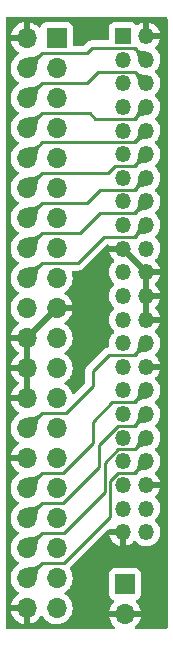
<source format=gbr>
%TF.GenerationSoftware,KiCad,Pcbnew,(6.0.4)*%
%TF.CreationDate,2022-04-17T12:33:45-05:00*%
%TF.ProjectId,40p-ide-to-44p-dom,3430702d-6964-4652-9d74-6f2d3434702d,rev?*%
%TF.SameCoordinates,Original*%
%TF.FileFunction,Copper,L2,Bot*%
%TF.FilePolarity,Positive*%
%FSLAX46Y46*%
G04 Gerber Fmt 4.6, Leading zero omitted, Abs format (unit mm)*
G04 Created by KiCad (PCBNEW (6.0.4)) date 2022-04-17 12:33:45*
%MOMM*%
%LPD*%
G01*
G04 APERTURE LIST*
%TA.AperFunction,ComponentPad*%
%ADD10R,1.700000X1.700000*%
%TD*%
%TA.AperFunction,ComponentPad*%
%ADD11O,1.700000X1.700000*%
%TD*%
%TA.AperFunction,ComponentPad*%
%ADD12R,1.350000X1.350000*%
%TD*%
%TA.AperFunction,ComponentPad*%
%ADD13O,1.350000X1.350000*%
%TD*%
%TA.AperFunction,Conductor*%
%ADD14C,0.500000*%
%TD*%
%TA.AperFunction,Conductor*%
%ADD15C,0.250000*%
%TD*%
G04 APERTURE END LIST*
D10*
%TO.P,J2,1,Pin_1*%
%TO.N,Net-(J1-Pad1)*%
X156464000Y-63242000D03*
D11*
%TO.P,J2,2,Pin_2*%
%TO.N,GND*%
X153924000Y-63242000D03*
%TO.P,J2,3,Pin_3*%
%TO.N,Net-(J1-Pad3)*%
X156464000Y-65782000D03*
%TO.P,J2,4,Pin_4*%
%TO.N,Net-(J1-Pad4)*%
X153924000Y-65782000D03*
%TO.P,J2,5,Pin_5*%
%TO.N,Net-(J1-Pad5)*%
X156464000Y-68322000D03*
%TO.P,J2,6,Pin_6*%
%TO.N,Net-(J1-Pad6)*%
X153924000Y-68322000D03*
%TO.P,J2,7,Pin_7*%
%TO.N,Net-(J1-Pad7)*%
X156464000Y-70862000D03*
%TO.P,J2,8,Pin_8*%
%TO.N,Net-(J1-Pad8)*%
X153924000Y-70862000D03*
%TO.P,J2,9,Pin_9*%
%TO.N,Net-(J1-Pad9)*%
X156464000Y-73402000D03*
%TO.P,J2,10,Pin_10*%
%TO.N,Net-(J1-Pad10)*%
X153924000Y-73402000D03*
%TO.P,J2,11,Pin_11*%
%TO.N,Net-(J1-Pad11)*%
X156464000Y-75942000D03*
%TO.P,J2,12,Pin_12*%
%TO.N,Net-(J1-Pad12)*%
X153924000Y-75942000D03*
%TO.P,J2,13,Pin_13*%
%TO.N,Net-(J1-Pad13)*%
X156464000Y-78482000D03*
%TO.P,J2,14,Pin_14*%
%TO.N,Net-(J1-Pad14)*%
X153924000Y-78482000D03*
%TO.P,J2,15,Pin_15*%
%TO.N,Net-(J1-Pad15)*%
X156464000Y-81022000D03*
%TO.P,J2,16,Pin_16*%
%TO.N,Net-(J1-Pad16)*%
X153924000Y-81022000D03*
%TO.P,J2,17,Pin_17*%
%TO.N,Net-(J1-Pad17)*%
X156464000Y-83562000D03*
%TO.P,J2,18,Pin_18*%
%TO.N,Net-(J1-Pad18)*%
X153924000Y-83562000D03*
%TO.P,J2,19,Pin_19*%
%TO.N,GND*%
X156464000Y-86102000D03*
%TO.P,J2,20,Pin_20*%
%TO.N,+5V*%
X153924000Y-86102000D03*
%TO.P,J2,21,Pin_21*%
%TO.N,Net-(J1-Pad21)*%
X156464000Y-88642000D03*
%TO.P,J2,22,Pin_22*%
%TO.N,GND*%
X153924000Y-88642000D03*
%TO.P,J2,23,Pin_23*%
%TO.N,Net-(J1-Pad23)*%
X156464000Y-91182000D03*
%TO.P,J2,24,Pin_24*%
%TO.N,GND*%
X153924000Y-91182000D03*
%TO.P,J2,25,Pin_25*%
%TO.N,Net-(J1-Pad25)*%
X156464000Y-93722000D03*
%TO.P,J2,26,Pin_26*%
%TO.N,GND*%
X153924000Y-93722000D03*
%TO.P,J2,27,Pin_27*%
%TO.N,Net-(J1-Pad27)*%
X156464000Y-96262000D03*
%TO.P,J2,28,Pin_28*%
%TO.N,Net-(J1-Pad28)*%
X153924000Y-96262000D03*
%TO.P,J2,29,Pin_29*%
%TO.N,Net-(J1-Pad29)*%
X156464000Y-98802000D03*
%TO.P,J2,30,Pin_30*%
%TO.N,GND*%
X153924000Y-98802000D03*
%TO.P,J2,31,Pin_31*%
%TO.N,Net-(J1-Pad31)*%
X156464000Y-101342000D03*
%TO.P,J2,32,Pin_32*%
%TO.N,Net-(J1-Pad32)*%
X153924000Y-101342000D03*
%TO.P,J2,33,Pin_33*%
%TO.N,Net-(J1-Pad33)*%
X156464000Y-103882000D03*
%TO.P,J2,34,Pin_34*%
%TO.N,Net-(J1-Pad34)*%
X153924000Y-103882000D03*
%TO.P,J2,35,Pin_35*%
%TO.N,Net-(J1-Pad35)*%
X156464000Y-106422000D03*
%TO.P,J2,36,Pin_36*%
%TO.N,Net-(J1-Pad36)*%
X153924000Y-106422000D03*
%TO.P,J2,37,Pin_37*%
%TO.N,Net-(J1-Pad37)*%
X156464000Y-108962000D03*
%TO.P,J2,38,Pin_38*%
%TO.N,Net-(J1-Pad38)*%
X153924000Y-108962000D03*
%TO.P,J2,39,Pin_39*%
%TO.N,Net-(J1-Pad39)*%
X156464000Y-111502000D03*
%TO.P,J2,40,Pin_40*%
%TO.N,GND*%
X153924000Y-111502000D03*
%TD*%
D10*
%TO.P,J3,1,Pin_1*%
%TO.N,+5V*%
X162249000Y-109469000D03*
D11*
%TO.P,J3,2,Pin_2*%
%TO.N,GND*%
X162249000Y-112009000D03*
%TD*%
D12*
%TO.P,J1,1,Pin_1*%
%TO.N,Net-(J1-Pad1)*%
X162068000Y-63074000D03*
D13*
%TO.P,J1,2,Pin_2*%
%TO.N,GND*%
X164068000Y-63074000D03*
%TO.P,J1,3,Pin_3*%
%TO.N,Net-(J1-Pad3)*%
X162068000Y-65074000D03*
%TO.P,J1,4,Pin_4*%
%TO.N,Net-(J1-Pad4)*%
X164068000Y-65074000D03*
%TO.P,J1,5,Pin_5*%
%TO.N,Net-(J1-Pad5)*%
X162068000Y-67074000D03*
%TO.P,J1,6,Pin_6*%
%TO.N,Net-(J1-Pad6)*%
X164068000Y-67074000D03*
%TO.P,J1,7,Pin_7*%
%TO.N,Net-(J1-Pad7)*%
X162068000Y-69074000D03*
%TO.P,J1,8,Pin_8*%
%TO.N,Net-(J1-Pad8)*%
X164068000Y-69074000D03*
%TO.P,J1,9,Pin_9*%
%TO.N,Net-(J1-Pad9)*%
X162068000Y-71074000D03*
%TO.P,J1,10,Pin_10*%
%TO.N,Net-(J1-Pad10)*%
X164068000Y-71074000D03*
%TO.P,J1,11,Pin_11*%
%TO.N,Net-(J1-Pad11)*%
X162068000Y-73074000D03*
%TO.P,J1,12,Pin_12*%
%TO.N,Net-(J1-Pad12)*%
X164068000Y-73074000D03*
%TO.P,J1,13,Pin_13*%
%TO.N,Net-(J1-Pad13)*%
X162068000Y-75074000D03*
%TO.P,J1,14,Pin_14*%
%TO.N,Net-(J1-Pad14)*%
X164068000Y-75074000D03*
%TO.P,J1,15,Pin_15*%
%TO.N,Net-(J1-Pad15)*%
X162068000Y-77074000D03*
%TO.P,J1,16,Pin_16*%
%TO.N,Net-(J1-Pad16)*%
X164068000Y-77074000D03*
%TO.P,J1,17,Pin_17*%
%TO.N,Net-(J1-Pad17)*%
X162068000Y-79074000D03*
%TO.P,J1,18,Pin_18*%
%TO.N,Net-(J1-Pad18)*%
X164068000Y-79074000D03*
%TO.P,J1,19,Pin_19*%
%TO.N,GND*%
X162068000Y-81074000D03*
%TO.P,J1,20,Pin_20*%
%TO.N,unconnected-(J1-Pad20)*%
X164068000Y-81074000D03*
%TO.P,J1,21,Pin_21*%
%TO.N,Net-(J1-Pad21)*%
X162068000Y-83074000D03*
%TO.P,J1,22,Pin_22*%
%TO.N,GND*%
X164068000Y-83074000D03*
%TO.P,J1,23,Pin_23*%
%TO.N,Net-(J1-Pad23)*%
X162068000Y-85074000D03*
%TO.P,J1,24,Pin_24*%
%TO.N,GND*%
X164068000Y-85074000D03*
%TO.P,J1,25,Pin_25*%
%TO.N,Net-(J1-Pad25)*%
X162068000Y-87074000D03*
%TO.P,J1,26,Pin_26*%
%TO.N,GND*%
X164068000Y-87074000D03*
%TO.P,J1,27,Pin_27*%
%TO.N,Net-(J1-Pad27)*%
X162068000Y-89074000D03*
%TO.P,J1,28,Pin_28*%
%TO.N,Net-(J1-Pad28)*%
X164068000Y-89074000D03*
%TO.P,J1,29,Pin_29*%
%TO.N,Net-(J1-Pad29)*%
X162068000Y-91074000D03*
%TO.P,J1,30,Pin_30*%
%TO.N,GND*%
X164068000Y-91074000D03*
%TO.P,J1,31,Pin_31*%
%TO.N,Net-(J1-Pad31)*%
X162068000Y-93074000D03*
%TO.P,J1,32,Pin_32*%
%TO.N,Net-(J1-Pad32)*%
X164068000Y-93074000D03*
%TO.P,J1,33,Pin_33*%
%TO.N,Net-(J1-Pad33)*%
X162068000Y-95074000D03*
%TO.P,J1,34,Pin_34*%
%TO.N,Net-(J1-Pad34)*%
X164068000Y-95074000D03*
%TO.P,J1,35,Pin_35*%
%TO.N,Net-(J1-Pad35)*%
X162068000Y-97074000D03*
%TO.P,J1,36,Pin_36*%
%TO.N,Net-(J1-Pad36)*%
X164068000Y-97074000D03*
%TO.P,J1,37,Pin_37*%
%TO.N,Net-(J1-Pad37)*%
X162068000Y-99074000D03*
%TO.P,J1,38,Pin_38*%
%TO.N,Net-(J1-Pad38)*%
X164068000Y-99074000D03*
%TO.P,J1,39,Pin_39*%
%TO.N,Net-(J1-Pad39)*%
X162068000Y-101074000D03*
%TO.P,J1,40,Pin_40*%
%TO.N,GND*%
X164068000Y-101074000D03*
%TO.P,J1,41,Pin_41*%
%TO.N,+5V*%
X162068000Y-103074000D03*
%TO.P,J1,42,Pin_42*%
X164068000Y-103074000D03*
%TO.P,J1,43,Pin_43*%
%TO.N,GND*%
X162068000Y-105074000D03*
%TO.P,J1,44,Pin_44*%
%TO.N,unconnected-(J1-Pad44)*%
X164068000Y-105074000D03*
%TD*%
D14*
%TO.N,GND*%
X162068000Y-81074000D02*
X164068000Y-83074000D01*
X156464000Y-86102000D02*
X153924000Y-88642000D01*
D15*
%TO.N,Net-(J1-Pad4)*%
X159004000Y-64516000D02*
X159445511Y-64074489D01*
X155190000Y-64516000D02*
X159004000Y-64516000D01*
X153924000Y-65782000D02*
X155190000Y-64516000D01*
X163068489Y-64074489D02*
X164068000Y-65074000D01*
X159445511Y-64074489D02*
X163068489Y-64074489D01*
%TO.N,Net-(J1-Pad6)*%
X153924000Y-68322000D02*
X155190000Y-67056000D01*
X159985511Y-66074489D02*
X163068489Y-66074489D01*
X163068489Y-66074489D02*
X164068000Y-67074000D01*
X159004000Y-67056000D02*
X159985511Y-66074489D01*
X155190000Y-67056000D02*
X159004000Y-67056000D01*
%TO.N,Net-(J1-Pad8)*%
X155190000Y-69596000D02*
X159258000Y-69596000D01*
X163068489Y-70073511D02*
X164068000Y-69074000D01*
X153924000Y-70862000D02*
X155190000Y-69596000D01*
X159735511Y-70073511D02*
X163068489Y-70073511D01*
X159258000Y-69596000D02*
X159735511Y-70073511D01*
%TO.N,Net-(J1-Pad10)*%
X163068489Y-72073511D02*
X164068000Y-71074000D01*
X155252489Y-72073511D02*
X163068489Y-72073511D01*
X153924000Y-73402000D02*
X155252489Y-72073511D01*
%TO.N,Net-(J1-Pad12)*%
X163068489Y-74073511D02*
X164068000Y-73074000D01*
X155190000Y-74676000D02*
X160782001Y-74676000D01*
X161384490Y-74073511D02*
X163068489Y-74073511D01*
X153924000Y-75942000D02*
X155190000Y-74676000D01*
X160782001Y-74676000D02*
X161384490Y-74073511D01*
%TO.N,Net-(J1-Pad14)*%
X159004000Y-77216000D02*
X160145511Y-76074489D01*
X155190000Y-77216000D02*
X159004000Y-77216000D01*
X160145511Y-76074489D02*
X163067511Y-76074489D01*
X153924000Y-78482000D02*
X155190000Y-77216000D01*
X163067511Y-76074489D02*
X164068000Y-75074000D01*
%TO.N,Net-(J1-Pad16)*%
X160154727Y-78073511D02*
X163068489Y-78073511D01*
X153924000Y-81022000D02*
X155190000Y-79756000D01*
X163068489Y-78073511D02*
X164068000Y-77074000D01*
X155190000Y-79756000D02*
X158472238Y-79756000D01*
X158472238Y-79756000D02*
X160154727Y-78073511D01*
%TO.N,Net-(J1-Pad18)*%
X160464489Y-80073511D02*
X163068489Y-80073511D01*
X158242000Y-82296000D02*
X160464489Y-80073511D01*
X155190000Y-82296000D02*
X158242000Y-82296000D01*
X153924000Y-83562000D02*
X155190000Y-82296000D01*
X163068489Y-80073511D02*
X164068000Y-79074000D01*
%TO.N,Net-(J1-Pad28)*%
X153924000Y-96262000D02*
X155190000Y-94996000D01*
X155190000Y-94996000D02*
X157226000Y-94996000D01*
X160877511Y-90074489D02*
X163067511Y-90074489D01*
X159512000Y-92710000D02*
X159512000Y-91440000D01*
X159512000Y-91440000D02*
X160877511Y-90074489D01*
X157226000Y-94996000D02*
X159512000Y-92710000D01*
X163067511Y-90074489D02*
X164068000Y-89074000D01*
%TO.N,Net-(J1-Pad32)*%
X153924000Y-101342000D02*
X155190000Y-100076000D01*
X163068489Y-94073511D02*
X164068000Y-93074000D01*
X155190000Y-100076000D02*
X156972000Y-100076000D01*
X156972000Y-100076000D02*
X159512000Y-97536000D01*
X159512000Y-97536000D02*
X159512000Y-95758001D01*
X161196490Y-94073511D02*
X163068489Y-94073511D01*
X159512000Y-95758001D02*
X161196490Y-94073511D01*
%TO.N,Net-(J1-Pad34)*%
X156972000Y-102616000D02*
X160020000Y-99568000D01*
X160020000Y-97708477D02*
X161654966Y-96073511D01*
X160020000Y-99568000D02*
X160020000Y-97708477D01*
X163068489Y-96073511D02*
X164068000Y-95074000D01*
X161654966Y-96073511D02*
X163068489Y-96073511D01*
X153924000Y-103882000D02*
X155190000Y-102616000D01*
X155190000Y-102616000D02*
X156972000Y-102616000D01*
%TO.N,Net-(J1-Pad36)*%
X160528000Y-101690969D02*
X160528000Y-99200477D01*
X160528000Y-99200477D02*
X161654966Y-98073511D01*
X155190000Y-105156000D02*
X157062969Y-105156000D01*
X163068489Y-98073511D02*
X164068000Y-97074000D01*
X153924000Y-106422000D02*
X155190000Y-105156000D01*
X161654966Y-98073511D02*
X163068489Y-98073511D01*
X157062969Y-105156000D02*
X160528000Y-101690969D01*
%TO.N,Net-(J1-Pad38)*%
X155190000Y-107696000D02*
X157099000Y-107696000D01*
X157099000Y-107696000D02*
X160977520Y-103817480D01*
X160977520Y-103817480D02*
X160977520Y-100750957D01*
X163067511Y-100074489D02*
X164068000Y-99074000D01*
X153924000Y-108962000D02*
X155190000Y-107696000D01*
X161653988Y-100074489D02*
X163067511Y-100074489D01*
X160977520Y-100750957D02*
X161653988Y-100074489D01*
%TD*%
%TA.AperFunction,Conductor*%
%TO.N,Net-(J1-Pad4)*%
G36*
X155038478Y-64506459D02*
G01*
X155199541Y-64667522D01*
X155202968Y-64675795D01*
X155199957Y-64683630D01*
X155103114Y-64791025D01*
X155073686Y-64823659D01*
X154978721Y-64959880D01*
X154978526Y-64960272D01*
X154978523Y-64960277D01*
X154968989Y-64979443D01*
X154915109Y-65087754D01*
X154875461Y-65210993D01*
X154852386Y-65333308D01*
X154852363Y-65333512D01*
X154852362Y-65333521D01*
X154838492Y-65458411D01*
X154838483Y-65458504D01*
X154826407Y-65589827D01*
X154826366Y-65590205D01*
X154808739Y-65731428D01*
X154808608Y-65732241D01*
X154778101Y-65887043D01*
X154777845Y-65888087D01*
X154729347Y-66052725D01*
X154723722Y-66059693D01*
X154718355Y-66061117D01*
X153957149Y-66075997D01*
X153635645Y-66082282D01*
X153627306Y-66079017D01*
X153623718Y-66070355D01*
X153633108Y-65590015D01*
X153644883Y-64987646D01*
X153648471Y-64979443D01*
X153653274Y-64976654D01*
X153741282Y-64950728D01*
X153817912Y-64928154D01*
X153818956Y-64927898D01*
X153973758Y-64897391D01*
X153974571Y-64897260D01*
X154115794Y-64879633D01*
X154116172Y-64879592D01*
X154170979Y-64874552D01*
X154247588Y-64867507D01*
X154248109Y-64867449D01*
X154372478Y-64853637D01*
X154372487Y-64853636D01*
X154372691Y-64853613D01*
X154372906Y-64853573D01*
X154372909Y-64853572D01*
X154405248Y-64847471D01*
X154495006Y-64830538D01*
X154495344Y-64830429D01*
X154495349Y-64830428D01*
X154549322Y-64813064D01*
X154618245Y-64790890D01*
X154682499Y-64758926D01*
X154745722Y-64727476D01*
X154745727Y-64727473D01*
X154746119Y-64727278D01*
X154882340Y-64632313D01*
X154882613Y-64632067D01*
X155022370Y-64506043D01*
X155030809Y-64503048D01*
X155038478Y-64506459D01*
G37*
%TD.AperFunction*%
%TD*%
%TA.AperFunction,Conductor*%
%TO.N,Net-(J1-Pad4)*%
G36*
X163213585Y-64042055D02*
G01*
X163321842Y-64140424D01*
X163322090Y-64140649D01*
X163429072Y-64217344D01*
X163429420Y-64217527D01*
X163429424Y-64217530D01*
X163528878Y-64269976D01*
X163529248Y-64270171D01*
X163529641Y-64270312D01*
X163529644Y-64270313D01*
X163567074Y-64283714D01*
X163625588Y-64304663D01*
X163686530Y-64318507D01*
X163720854Y-64326304D01*
X163720858Y-64326305D01*
X163721066Y-64326352D01*
X163721280Y-64326384D01*
X163721282Y-64326384D01*
X163732829Y-64328090D01*
X163818652Y-64340770D01*
X163921186Y-64353434D01*
X163921437Y-64353468D01*
X163964011Y-64359802D01*
X164031685Y-64369872D01*
X164032389Y-64369999D01*
X164153313Y-64395625D01*
X164154244Y-64395863D01*
X164281345Y-64433936D01*
X164288286Y-64439592D01*
X164289685Y-64444913D01*
X164293334Y-64631588D01*
X164306410Y-65300483D01*
X164303145Y-65308822D01*
X164294483Y-65312410D01*
X163925900Y-65305205D01*
X163438913Y-65295685D01*
X163430710Y-65292097D01*
X163427935Y-65287344D01*
X163389863Y-65160244D01*
X163389625Y-65159313D01*
X163363999Y-65038389D01*
X163363872Y-65037685D01*
X163347470Y-64927455D01*
X163347431Y-64927167D01*
X163334781Y-64824744D01*
X163334770Y-64824652D01*
X163320352Y-64727066D01*
X163298663Y-64631588D01*
X163264171Y-64535248D01*
X163211344Y-64435072D01*
X163164694Y-64369999D01*
X163134842Y-64328359D01*
X163134841Y-64328357D01*
X163134649Y-64328090D01*
X163133026Y-64326304D01*
X163036055Y-64219585D01*
X163033027Y-64211158D01*
X163036441Y-64203444D01*
X163197444Y-64042441D01*
X163205717Y-64039014D01*
X163213585Y-64042055D01*
G37*
%TD.AperFunction*%
%TD*%
%TA.AperFunction,Conductor*%
%TO.N,Net-(J1-Pad6)*%
G36*
X155038478Y-67046459D02*
G01*
X155199541Y-67207522D01*
X155202968Y-67215795D01*
X155199957Y-67223630D01*
X155103114Y-67331025D01*
X155073686Y-67363659D01*
X154978721Y-67499880D01*
X154978526Y-67500272D01*
X154978523Y-67500277D01*
X154968989Y-67519443D01*
X154915109Y-67627754D01*
X154875461Y-67750993D01*
X154852386Y-67873308D01*
X154852363Y-67873512D01*
X154852362Y-67873521D01*
X154838492Y-67998411D01*
X154838483Y-67998504D01*
X154826407Y-68129827D01*
X154826366Y-68130205D01*
X154808739Y-68271428D01*
X154808608Y-68272241D01*
X154778101Y-68427043D01*
X154777845Y-68428087D01*
X154729347Y-68592725D01*
X154723722Y-68599693D01*
X154718355Y-68601117D01*
X153957149Y-68615997D01*
X153635645Y-68622282D01*
X153627306Y-68619017D01*
X153623718Y-68610355D01*
X153633108Y-68130015D01*
X153644883Y-67527646D01*
X153648471Y-67519443D01*
X153653274Y-67516654D01*
X153741282Y-67490728D01*
X153817912Y-67468154D01*
X153818956Y-67467898D01*
X153973758Y-67437391D01*
X153974571Y-67437260D01*
X154115794Y-67419633D01*
X154116172Y-67419592D01*
X154170979Y-67414552D01*
X154247588Y-67407507D01*
X154248109Y-67407449D01*
X154372478Y-67393637D01*
X154372487Y-67393636D01*
X154372691Y-67393613D01*
X154372906Y-67393573D01*
X154372909Y-67393572D01*
X154405248Y-67387471D01*
X154495006Y-67370538D01*
X154495344Y-67370429D01*
X154495349Y-67370428D01*
X154549322Y-67353064D01*
X154618245Y-67330890D01*
X154682499Y-67298926D01*
X154745722Y-67267476D01*
X154745727Y-67267473D01*
X154746119Y-67267278D01*
X154882340Y-67172313D01*
X154882613Y-67172067D01*
X155022370Y-67046043D01*
X155030809Y-67043048D01*
X155038478Y-67046459D01*
G37*
%TD.AperFunction*%
%TD*%
%TA.AperFunction,Conductor*%
%TO.N,Net-(J1-Pad6)*%
G36*
X163213585Y-66042055D02*
G01*
X163321842Y-66140424D01*
X163322090Y-66140649D01*
X163429072Y-66217344D01*
X163429420Y-66217527D01*
X163429424Y-66217530D01*
X163528878Y-66269976D01*
X163529248Y-66270171D01*
X163529641Y-66270312D01*
X163529644Y-66270313D01*
X163567074Y-66283714D01*
X163625588Y-66304663D01*
X163686530Y-66318507D01*
X163720854Y-66326304D01*
X163720858Y-66326305D01*
X163721066Y-66326352D01*
X163721280Y-66326384D01*
X163721282Y-66326384D01*
X163732829Y-66328090D01*
X163818652Y-66340770D01*
X163921186Y-66353434D01*
X163921437Y-66353468D01*
X163964011Y-66359802D01*
X164031685Y-66369872D01*
X164032389Y-66369999D01*
X164153313Y-66395625D01*
X164154244Y-66395863D01*
X164281345Y-66433936D01*
X164288286Y-66439592D01*
X164289685Y-66444913D01*
X164293334Y-66631588D01*
X164306410Y-67300483D01*
X164303145Y-67308822D01*
X164294483Y-67312410D01*
X163925900Y-67305205D01*
X163438913Y-67295685D01*
X163430710Y-67292097D01*
X163427935Y-67287344D01*
X163389863Y-67160244D01*
X163389625Y-67159313D01*
X163363999Y-67038389D01*
X163363872Y-67037685D01*
X163347470Y-66927455D01*
X163347431Y-66927167D01*
X163334781Y-66824744D01*
X163334770Y-66824652D01*
X163320352Y-66727066D01*
X163298663Y-66631588D01*
X163264171Y-66535248D01*
X163211344Y-66435072D01*
X163164694Y-66369999D01*
X163134842Y-66328359D01*
X163134841Y-66328357D01*
X163134649Y-66328090D01*
X163133026Y-66326304D01*
X163036055Y-66219585D01*
X163033027Y-66211158D01*
X163036441Y-66203444D01*
X163197444Y-66042441D01*
X163205717Y-66039014D01*
X163213585Y-66042055D01*
G37*
%TD.AperFunction*%
%TD*%
%TA.AperFunction,Conductor*%
%TO.N,Net-(J1-Pad8)*%
G36*
X164302822Y-68838855D02*
G01*
X164306410Y-68847517D01*
X164291444Y-69613121D01*
X164289685Y-69703086D01*
X164286097Y-69711290D01*
X164281346Y-69714064D01*
X164154238Y-69752138D01*
X164153320Y-69752373D01*
X164107697Y-69762041D01*
X164032389Y-69778000D01*
X164031685Y-69778127D01*
X163964011Y-69788197D01*
X163921437Y-69794531D01*
X163921186Y-69794565D01*
X163818652Y-69807229D01*
X163755907Y-69816499D01*
X163721282Y-69821615D01*
X163721280Y-69821615D01*
X163721066Y-69821647D01*
X163720858Y-69821694D01*
X163720854Y-69821695D01*
X163686530Y-69829492D01*
X163625588Y-69843336D01*
X163567074Y-69864285D01*
X163529644Y-69877686D01*
X163529641Y-69877687D01*
X163529248Y-69877828D01*
X163528879Y-69878022D01*
X163528878Y-69878023D01*
X163429424Y-69930469D01*
X163429420Y-69930472D01*
X163429072Y-69930655D01*
X163322090Y-70007350D01*
X163277246Y-70048099D01*
X163213585Y-70105945D01*
X163205158Y-70108973D01*
X163197444Y-70105559D01*
X163036441Y-69944556D01*
X163033014Y-69936283D01*
X163036055Y-69928415D01*
X163134424Y-69820157D01*
X163134427Y-69820154D01*
X163134649Y-69819909D01*
X163152816Y-69794568D01*
X163211112Y-69713251D01*
X163211114Y-69713248D01*
X163211344Y-69712927D01*
X163212036Y-69711616D01*
X163263976Y-69613121D01*
X163263977Y-69613120D01*
X163264171Y-69612751D01*
X163298663Y-69516411D01*
X163320352Y-69420933D01*
X163334770Y-69323347D01*
X163347434Y-69220813D01*
X163347470Y-69220544D01*
X163363872Y-69110314D01*
X163363999Y-69109610D01*
X163389625Y-68988686D01*
X163389863Y-68987755D01*
X163427935Y-68860656D01*
X163433592Y-68853714D01*
X163438913Y-68852315D01*
X163925900Y-68842795D01*
X164294483Y-68835590D01*
X164302822Y-68838855D01*
G37*
%TD.AperFunction*%
%TD*%
%TA.AperFunction,Conductor*%
%TO.N,Net-(J1-Pad8)*%
G36*
X155038478Y-69586459D02*
G01*
X155199541Y-69747522D01*
X155202968Y-69755795D01*
X155199957Y-69763630D01*
X155103114Y-69871025D01*
X155073686Y-69903659D01*
X154978721Y-70039880D01*
X154978526Y-70040272D01*
X154978523Y-70040277D01*
X154968989Y-70059443D01*
X154915109Y-70167754D01*
X154875461Y-70290993D01*
X154852386Y-70413308D01*
X154852363Y-70413512D01*
X154852362Y-70413521D01*
X154838492Y-70538411D01*
X154838483Y-70538504D01*
X154826407Y-70669827D01*
X154826366Y-70670205D01*
X154808739Y-70811428D01*
X154808608Y-70812241D01*
X154778101Y-70967043D01*
X154777845Y-70968087D01*
X154729347Y-71132725D01*
X154723722Y-71139693D01*
X154718355Y-71141117D01*
X153957149Y-71155997D01*
X153635645Y-71162282D01*
X153627306Y-71159017D01*
X153623718Y-71150355D01*
X153633108Y-70670015D01*
X153644883Y-70067646D01*
X153648471Y-70059443D01*
X153653274Y-70056654D01*
X153741282Y-70030728D01*
X153817912Y-70008154D01*
X153818956Y-70007898D01*
X153973758Y-69977391D01*
X153974571Y-69977260D01*
X154115794Y-69959633D01*
X154116172Y-69959592D01*
X154170979Y-69954552D01*
X154247588Y-69947507D01*
X154248109Y-69947449D01*
X154372478Y-69933637D01*
X154372487Y-69933636D01*
X154372691Y-69933613D01*
X154372906Y-69933573D01*
X154372909Y-69933572D01*
X154405248Y-69927471D01*
X154495006Y-69910538D01*
X154495344Y-69910429D01*
X154495349Y-69910428D01*
X154549322Y-69893064D01*
X154618245Y-69870890D01*
X154682499Y-69838926D01*
X154745722Y-69807476D01*
X154745727Y-69807473D01*
X154746119Y-69807278D01*
X154882340Y-69712313D01*
X154882613Y-69712067D01*
X155022370Y-69586043D01*
X155030809Y-69583048D01*
X155038478Y-69586459D01*
G37*
%TD.AperFunction*%
%TD*%
%TA.AperFunction,Conductor*%
%TO.N,Net-(J1-Pad10)*%
G36*
X164302822Y-70838855D02*
G01*
X164306410Y-70847517D01*
X164291444Y-71613121D01*
X164289685Y-71703086D01*
X164286097Y-71711290D01*
X164281346Y-71714064D01*
X164154238Y-71752138D01*
X164153320Y-71752373D01*
X164107697Y-71762041D01*
X164032389Y-71778000D01*
X164031685Y-71778127D01*
X163964011Y-71788197D01*
X163921437Y-71794531D01*
X163921186Y-71794565D01*
X163818652Y-71807229D01*
X163755907Y-71816499D01*
X163721282Y-71821615D01*
X163721280Y-71821615D01*
X163721066Y-71821647D01*
X163720858Y-71821694D01*
X163720854Y-71821695D01*
X163686530Y-71829492D01*
X163625588Y-71843336D01*
X163567074Y-71864285D01*
X163529644Y-71877686D01*
X163529641Y-71877687D01*
X163529248Y-71877828D01*
X163528879Y-71878022D01*
X163528878Y-71878023D01*
X163429424Y-71930469D01*
X163429420Y-71930472D01*
X163429072Y-71930655D01*
X163322090Y-72007350D01*
X163277246Y-72048099D01*
X163213585Y-72105945D01*
X163205158Y-72108973D01*
X163197444Y-72105559D01*
X163036441Y-71944556D01*
X163033014Y-71936283D01*
X163036055Y-71928415D01*
X163134424Y-71820157D01*
X163134427Y-71820154D01*
X163134649Y-71819909D01*
X163152816Y-71794568D01*
X163211112Y-71713251D01*
X163211114Y-71713248D01*
X163211344Y-71712927D01*
X163212036Y-71711616D01*
X163263976Y-71613121D01*
X163263977Y-71613120D01*
X163264171Y-71612751D01*
X163298663Y-71516411D01*
X163320352Y-71420933D01*
X163334770Y-71323347D01*
X163347434Y-71220813D01*
X163347470Y-71220544D01*
X163363872Y-71110314D01*
X163363999Y-71109610D01*
X163389625Y-70988686D01*
X163389863Y-70987755D01*
X163427935Y-70860656D01*
X163433592Y-70853714D01*
X163438913Y-70852315D01*
X163925900Y-70842795D01*
X164294483Y-70835590D01*
X164302822Y-70838855D01*
G37*
%TD.AperFunction*%
%TD*%
%TA.AperFunction,Conductor*%
%TO.N,Net-(J1-Pad10)*%
G36*
X155038478Y-72126459D02*
G01*
X155199541Y-72287522D01*
X155202968Y-72295795D01*
X155199957Y-72303630D01*
X155103114Y-72411025D01*
X155073686Y-72443659D01*
X154978721Y-72579880D01*
X154978526Y-72580272D01*
X154978523Y-72580277D01*
X154968989Y-72599443D01*
X154915109Y-72707754D01*
X154875461Y-72830993D01*
X154852386Y-72953308D01*
X154852363Y-72953512D01*
X154852362Y-72953521D01*
X154838492Y-73078411D01*
X154838483Y-73078504D01*
X154826407Y-73209827D01*
X154826366Y-73210205D01*
X154808739Y-73351428D01*
X154808608Y-73352241D01*
X154778101Y-73507043D01*
X154777845Y-73508087D01*
X154729347Y-73672725D01*
X154723722Y-73679693D01*
X154718355Y-73681117D01*
X153957149Y-73695997D01*
X153635645Y-73702282D01*
X153627306Y-73699017D01*
X153623718Y-73690355D01*
X153633108Y-73210015D01*
X153644883Y-72607646D01*
X153648471Y-72599443D01*
X153653274Y-72596654D01*
X153741282Y-72570728D01*
X153817912Y-72548154D01*
X153818956Y-72547898D01*
X153973758Y-72517391D01*
X153974571Y-72517260D01*
X154115794Y-72499633D01*
X154116172Y-72499592D01*
X154170979Y-72494552D01*
X154247588Y-72487507D01*
X154248109Y-72487449D01*
X154372478Y-72473637D01*
X154372487Y-72473636D01*
X154372691Y-72473613D01*
X154372906Y-72473573D01*
X154372909Y-72473572D01*
X154405248Y-72467471D01*
X154495006Y-72450538D01*
X154495344Y-72450429D01*
X154495349Y-72450428D01*
X154549322Y-72433064D01*
X154618245Y-72410890D01*
X154682499Y-72378926D01*
X154745722Y-72347476D01*
X154745727Y-72347473D01*
X154746119Y-72347278D01*
X154882340Y-72252313D01*
X154882613Y-72252067D01*
X155022370Y-72126043D01*
X155030809Y-72123048D01*
X155038478Y-72126459D01*
G37*
%TD.AperFunction*%
%TD*%
%TA.AperFunction,Conductor*%
%TO.N,Net-(J1-Pad12)*%
G36*
X164302822Y-72838855D02*
G01*
X164306410Y-72847517D01*
X164291444Y-73613121D01*
X164289685Y-73703086D01*
X164286097Y-73711290D01*
X164281346Y-73714064D01*
X164154238Y-73752138D01*
X164153320Y-73752373D01*
X164107697Y-73762041D01*
X164032389Y-73778000D01*
X164031685Y-73778127D01*
X163964011Y-73788197D01*
X163921437Y-73794531D01*
X163921186Y-73794565D01*
X163818652Y-73807229D01*
X163755907Y-73816499D01*
X163721282Y-73821615D01*
X163721280Y-73821615D01*
X163721066Y-73821647D01*
X163720858Y-73821694D01*
X163720854Y-73821695D01*
X163686530Y-73829492D01*
X163625588Y-73843336D01*
X163567074Y-73864285D01*
X163529644Y-73877686D01*
X163529641Y-73877687D01*
X163529248Y-73877828D01*
X163528879Y-73878022D01*
X163528878Y-73878023D01*
X163429424Y-73930469D01*
X163429420Y-73930472D01*
X163429072Y-73930655D01*
X163322090Y-74007350D01*
X163277246Y-74048099D01*
X163213585Y-74105945D01*
X163205158Y-74108973D01*
X163197444Y-74105559D01*
X163036441Y-73944556D01*
X163033014Y-73936283D01*
X163036055Y-73928415D01*
X163134424Y-73820157D01*
X163134427Y-73820154D01*
X163134649Y-73819909D01*
X163152816Y-73794568D01*
X163211112Y-73713251D01*
X163211114Y-73713248D01*
X163211344Y-73712927D01*
X163212036Y-73711616D01*
X163263976Y-73613121D01*
X163263977Y-73613120D01*
X163264171Y-73612751D01*
X163298663Y-73516411D01*
X163320352Y-73420933D01*
X163334770Y-73323347D01*
X163347434Y-73220813D01*
X163347470Y-73220544D01*
X163363872Y-73110314D01*
X163363999Y-73109610D01*
X163389625Y-72988686D01*
X163389863Y-72987755D01*
X163427935Y-72860656D01*
X163433592Y-72853714D01*
X163438913Y-72852315D01*
X163925900Y-72842795D01*
X164294483Y-72835590D01*
X164302822Y-72838855D01*
G37*
%TD.AperFunction*%
%TD*%
%TA.AperFunction,Conductor*%
%TO.N,Net-(J1-Pad12)*%
G36*
X155038478Y-74666459D02*
G01*
X155199541Y-74827522D01*
X155202968Y-74835795D01*
X155199957Y-74843630D01*
X155103114Y-74951025D01*
X155073686Y-74983659D01*
X154978721Y-75119880D01*
X154978526Y-75120272D01*
X154978523Y-75120277D01*
X154968989Y-75139443D01*
X154915109Y-75247754D01*
X154875461Y-75370993D01*
X154852386Y-75493308D01*
X154852363Y-75493512D01*
X154852362Y-75493521D01*
X154838492Y-75618411D01*
X154838483Y-75618504D01*
X154826407Y-75749827D01*
X154826366Y-75750205D01*
X154808739Y-75891428D01*
X154808608Y-75892241D01*
X154778101Y-76047043D01*
X154777845Y-76048087D01*
X154729347Y-76212725D01*
X154723722Y-76219693D01*
X154718355Y-76221117D01*
X153957149Y-76235997D01*
X153635645Y-76242282D01*
X153627306Y-76239017D01*
X153623718Y-76230355D01*
X153633108Y-75750015D01*
X153644883Y-75147646D01*
X153648471Y-75139443D01*
X153653274Y-75136654D01*
X153741282Y-75110728D01*
X153817912Y-75088154D01*
X153818956Y-75087898D01*
X153973758Y-75057391D01*
X153974571Y-75057260D01*
X154115794Y-75039633D01*
X154116172Y-75039592D01*
X154170979Y-75034552D01*
X154247588Y-75027507D01*
X154248109Y-75027449D01*
X154372478Y-75013637D01*
X154372487Y-75013636D01*
X154372691Y-75013613D01*
X154372906Y-75013573D01*
X154372909Y-75013572D01*
X154405248Y-75007471D01*
X154495006Y-74990538D01*
X154495344Y-74990429D01*
X154495349Y-74990428D01*
X154549322Y-74973064D01*
X154618245Y-74950890D01*
X154682499Y-74918926D01*
X154745722Y-74887476D01*
X154745727Y-74887473D01*
X154746119Y-74887278D01*
X154882340Y-74792313D01*
X154882613Y-74792067D01*
X155022370Y-74666043D01*
X155030809Y-74663048D01*
X155038478Y-74666459D01*
G37*
%TD.AperFunction*%
%TD*%
%TA.AperFunction,Conductor*%
%TO.N,Net-(J1-Pad14)*%
G36*
X155038478Y-77206459D02*
G01*
X155199541Y-77367522D01*
X155202968Y-77375795D01*
X155199957Y-77383630D01*
X155103114Y-77491025D01*
X155073686Y-77523659D01*
X154978721Y-77659880D01*
X154978526Y-77660272D01*
X154978523Y-77660277D01*
X154968989Y-77679443D01*
X154915109Y-77787754D01*
X154875461Y-77910993D01*
X154852386Y-78033308D01*
X154852363Y-78033512D01*
X154852362Y-78033521D01*
X154838492Y-78158411D01*
X154838483Y-78158504D01*
X154826407Y-78289827D01*
X154826366Y-78290205D01*
X154808739Y-78431428D01*
X154808608Y-78432241D01*
X154778101Y-78587043D01*
X154777845Y-78588087D01*
X154729347Y-78752725D01*
X154723722Y-78759693D01*
X154718355Y-78761117D01*
X153957149Y-78775997D01*
X153635645Y-78782282D01*
X153627306Y-78779017D01*
X153623718Y-78770355D01*
X153633108Y-78290015D01*
X153644883Y-77687646D01*
X153648471Y-77679443D01*
X153653274Y-77676654D01*
X153741282Y-77650728D01*
X153817912Y-77628154D01*
X153818956Y-77627898D01*
X153973758Y-77597391D01*
X153974571Y-77597260D01*
X154115794Y-77579633D01*
X154116172Y-77579592D01*
X154170979Y-77574552D01*
X154247588Y-77567507D01*
X154248109Y-77567449D01*
X154372478Y-77553637D01*
X154372487Y-77553636D01*
X154372691Y-77553613D01*
X154372906Y-77553573D01*
X154372909Y-77553572D01*
X154405248Y-77547471D01*
X154495006Y-77530538D01*
X154495344Y-77530429D01*
X154495349Y-77530428D01*
X154549322Y-77513064D01*
X154618245Y-77490890D01*
X154682499Y-77458926D01*
X154745722Y-77427476D01*
X154745727Y-77427473D01*
X154746119Y-77427278D01*
X154882340Y-77332313D01*
X154882613Y-77332067D01*
X155022370Y-77206043D01*
X155030809Y-77203048D01*
X155038478Y-77206459D01*
G37*
%TD.AperFunction*%
%TD*%
%TA.AperFunction,Conductor*%
%TO.N,Net-(J1-Pad14)*%
G36*
X164302822Y-74838855D02*
G01*
X164306410Y-74847517D01*
X164291444Y-75613121D01*
X164289685Y-75703086D01*
X164286097Y-75711290D01*
X164281346Y-75714064D01*
X164154238Y-75752138D01*
X164153320Y-75752373D01*
X164107697Y-75762041D01*
X164032389Y-75778000D01*
X164031685Y-75778127D01*
X163964011Y-75788197D01*
X163921437Y-75794531D01*
X163921186Y-75794565D01*
X163818652Y-75807229D01*
X163755907Y-75816499D01*
X163721282Y-75821615D01*
X163721280Y-75821615D01*
X163721066Y-75821647D01*
X163720858Y-75821694D01*
X163720854Y-75821695D01*
X163686530Y-75829492D01*
X163625588Y-75843336D01*
X163567074Y-75864285D01*
X163529644Y-75877686D01*
X163529641Y-75877687D01*
X163529248Y-75877828D01*
X163528879Y-75878022D01*
X163528878Y-75878023D01*
X163429424Y-75930469D01*
X163429420Y-75930472D01*
X163429072Y-75930655D01*
X163322090Y-76007350D01*
X163277246Y-76048099D01*
X163213585Y-76105945D01*
X163205158Y-76108973D01*
X163197444Y-76105559D01*
X163036441Y-75944556D01*
X163033014Y-75936283D01*
X163036055Y-75928415D01*
X163134424Y-75820157D01*
X163134427Y-75820154D01*
X163134649Y-75819909D01*
X163152816Y-75794568D01*
X163211112Y-75713251D01*
X163211114Y-75713248D01*
X163211344Y-75712927D01*
X163212036Y-75711616D01*
X163263976Y-75613121D01*
X163263977Y-75613120D01*
X163264171Y-75612751D01*
X163298663Y-75516411D01*
X163320352Y-75420933D01*
X163334770Y-75323347D01*
X163347434Y-75220813D01*
X163347470Y-75220544D01*
X163363872Y-75110314D01*
X163363999Y-75109610D01*
X163389625Y-74988686D01*
X163389863Y-74987755D01*
X163427935Y-74860656D01*
X163433592Y-74853714D01*
X163438913Y-74852315D01*
X163925900Y-74842795D01*
X164294483Y-74835590D01*
X164302822Y-74838855D01*
G37*
%TD.AperFunction*%
%TD*%
%TA.AperFunction,Conductor*%
%TO.N,Net-(J1-Pad16)*%
G36*
X155038478Y-79746459D02*
G01*
X155199541Y-79907522D01*
X155202968Y-79915795D01*
X155199957Y-79923630D01*
X155103114Y-80031025D01*
X155073686Y-80063659D01*
X154978721Y-80199880D01*
X154978526Y-80200272D01*
X154978523Y-80200277D01*
X154968989Y-80219443D01*
X154915109Y-80327754D01*
X154875461Y-80450993D01*
X154852386Y-80573308D01*
X154852363Y-80573512D01*
X154852362Y-80573521D01*
X154838492Y-80698411D01*
X154838483Y-80698504D01*
X154826407Y-80829827D01*
X154826366Y-80830205D01*
X154808739Y-80971428D01*
X154808608Y-80972241D01*
X154778101Y-81127043D01*
X154777845Y-81128087D01*
X154729347Y-81292725D01*
X154723722Y-81299693D01*
X154718355Y-81301117D01*
X153957149Y-81315997D01*
X153635645Y-81322282D01*
X153627306Y-81319017D01*
X153623718Y-81310355D01*
X153633108Y-80830015D01*
X153644883Y-80227646D01*
X153648471Y-80219443D01*
X153653274Y-80216654D01*
X153741282Y-80190728D01*
X153817912Y-80168154D01*
X153818956Y-80167898D01*
X153973758Y-80137391D01*
X153974571Y-80137260D01*
X154115794Y-80119633D01*
X154116172Y-80119592D01*
X154170979Y-80114552D01*
X154247588Y-80107507D01*
X154248109Y-80107449D01*
X154372478Y-80093637D01*
X154372487Y-80093636D01*
X154372691Y-80093613D01*
X154372906Y-80093573D01*
X154372909Y-80093572D01*
X154405248Y-80087471D01*
X154495006Y-80070538D01*
X154495344Y-80070429D01*
X154495349Y-80070428D01*
X154549322Y-80053064D01*
X154618245Y-80030890D01*
X154682499Y-79998926D01*
X154745722Y-79967476D01*
X154745727Y-79967473D01*
X154746119Y-79967278D01*
X154882340Y-79872313D01*
X154882613Y-79872067D01*
X155022370Y-79746043D01*
X155030809Y-79743048D01*
X155038478Y-79746459D01*
G37*
%TD.AperFunction*%
%TD*%
%TA.AperFunction,Conductor*%
%TO.N,Net-(J1-Pad16)*%
G36*
X164302822Y-76838855D02*
G01*
X164306410Y-76847517D01*
X164291444Y-77613121D01*
X164289685Y-77703086D01*
X164286097Y-77711290D01*
X164281346Y-77714064D01*
X164154238Y-77752138D01*
X164153320Y-77752373D01*
X164107697Y-77762041D01*
X164032389Y-77778000D01*
X164031685Y-77778127D01*
X163964011Y-77788197D01*
X163921437Y-77794531D01*
X163921186Y-77794565D01*
X163818652Y-77807229D01*
X163755907Y-77816499D01*
X163721282Y-77821615D01*
X163721280Y-77821615D01*
X163721066Y-77821647D01*
X163720858Y-77821694D01*
X163720854Y-77821695D01*
X163686530Y-77829492D01*
X163625588Y-77843336D01*
X163567074Y-77864285D01*
X163529644Y-77877686D01*
X163529641Y-77877687D01*
X163529248Y-77877828D01*
X163528879Y-77878022D01*
X163528878Y-77878023D01*
X163429424Y-77930469D01*
X163429420Y-77930472D01*
X163429072Y-77930655D01*
X163322090Y-78007350D01*
X163277246Y-78048099D01*
X163213585Y-78105945D01*
X163205158Y-78108973D01*
X163197444Y-78105559D01*
X163036441Y-77944556D01*
X163033014Y-77936283D01*
X163036055Y-77928415D01*
X163134424Y-77820157D01*
X163134427Y-77820154D01*
X163134649Y-77819909D01*
X163152816Y-77794568D01*
X163211112Y-77713251D01*
X163211114Y-77713248D01*
X163211344Y-77712927D01*
X163212036Y-77711616D01*
X163263976Y-77613121D01*
X163263977Y-77613120D01*
X163264171Y-77612751D01*
X163298663Y-77516411D01*
X163320352Y-77420933D01*
X163334770Y-77323347D01*
X163347434Y-77220813D01*
X163347470Y-77220544D01*
X163363872Y-77110314D01*
X163363999Y-77109610D01*
X163389625Y-76988686D01*
X163389863Y-76987755D01*
X163427935Y-76860656D01*
X163433592Y-76853714D01*
X163438913Y-76852315D01*
X163925900Y-76842795D01*
X164294483Y-76835590D01*
X164302822Y-76838855D01*
G37*
%TD.AperFunction*%
%TD*%
%TA.AperFunction,Conductor*%
%TO.N,Net-(J1-Pad18)*%
G36*
X155038478Y-82286459D02*
G01*
X155199541Y-82447522D01*
X155202968Y-82455795D01*
X155199957Y-82463630D01*
X155103114Y-82571025D01*
X155073686Y-82603659D01*
X154978721Y-82739880D01*
X154978526Y-82740272D01*
X154978523Y-82740277D01*
X154968989Y-82759443D01*
X154915109Y-82867754D01*
X154875461Y-82990993D01*
X154852386Y-83113308D01*
X154852363Y-83113512D01*
X154852362Y-83113521D01*
X154838492Y-83238411D01*
X154838483Y-83238504D01*
X154826407Y-83369827D01*
X154826366Y-83370205D01*
X154808739Y-83511428D01*
X154808608Y-83512241D01*
X154778101Y-83667043D01*
X154777845Y-83668087D01*
X154729347Y-83832725D01*
X154723722Y-83839693D01*
X154718355Y-83841117D01*
X153957149Y-83855997D01*
X153635645Y-83862282D01*
X153627306Y-83859017D01*
X153623718Y-83850355D01*
X153633108Y-83370015D01*
X153644883Y-82767646D01*
X153648471Y-82759443D01*
X153653274Y-82756654D01*
X153741282Y-82730728D01*
X153817912Y-82708154D01*
X153818956Y-82707898D01*
X153973758Y-82677391D01*
X153974571Y-82677260D01*
X154115794Y-82659633D01*
X154116172Y-82659592D01*
X154170979Y-82654552D01*
X154247588Y-82647507D01*
X154248109Y-82647449D01*
X154372478Y-82633637D01*
X154372487Y-82633636D01*
X154372691Y-82633613D01*
X154372906Y-82633573D01*
X154372909Y-82633572D01*
X154405248Y-82627471D01*
X154495006Y-82610538D01*
X154495344Y-82610429D01*
X154495349Y-82610428D01*
X154549322Y-82593064D01*
X154618245Y-82570890D01*
X154682499Y-82538926D01*
X154745722Y-82507476D01*
X154745727Y-82507473D01*
X154746119Y-82507278D01*
X154882340Y-82412313D01*
X154882613Y-82412067D01*
X155022370Y-82286043D01*
X155030809Y-82283048D01*
X155038478Y-82286459D01*
G37*
%TD.AperFunction*%
%TD*%
%TA.AperFunction,Conductor*%
%TO.N,Net-(J1-Pad18)*%
G36*
X164302822Y-78838855D02*
G01*
X164306410Y-78847517D01*
X164291444Y-79613121D01*
X164289685Y-79703086D01*
X164286097Y-79711290D01*
X164281346Y-79714064D01*
X164154238Y-79752138D01*
X164153320Y-79752373D01*
X164107697Y-79762041D01*
X164032389Y-79778000D01*
X164031685Y-79778127D01*
X163964011Y-79788197D01*
X163921437Y-79794531D01*
X163921186Y-79794565D01*
X163818652Y-79807229D01*
X163755907Y-79816499D01*
X163721282Y-79821615D01*
X163721280Y-79821615D01*
X163721066Y-79821647D01*
X163720858Y-79821694D01*
X163720854Y-79821695D01*
X163686530Y-79829492D01*
X163625588Y-79843336D01*
X163567074Y-79864285D01*
X163529644Y-79877686D01*
X163529641Y-79877687D01*
X163529248Y-79877828D01*
X163528879Y-79878022D01*
X163528878Y-79878023D01*
X163429424Y-79930469D01*
X163429420Y-79930472D01*
X163429072Y-79930655D01*
X163322090Y-80007350D01*
X163277246Y-80048099D01*
X163213585Y-80105945D01*
X163205158Y-80108973D01*
X163197444Y-80105559D01*
X163036441Y-79944556D01*
X163033014Y-79936283D01*
X163036055Y-79928415D01*
X163134424Y-79820157D01*
X163134427Y-79820154D01*
X163134649Y-79819909D01*
X163152816Y-79794568D01*
X163211112Y-79713251D01*
X163211114Y-79713248D01*
X163211344Y-79712927D01*
X163212036Y-79711616D01*
X163263976Y-79613121D01*
X163263977Y-79613120D01*
X163264171Y-79612751D01*
X163298663Y-79516411D01*
X163320352Y-79420933D01*
X163334770Y-79323347D01*
X163347434Y-79220813D01*
X163347470Y-79220544D01*
X163363872Y-79110314D01*
X163363999Y-79109610D01*
X163389625Y-78988686D01*
X163389863Y-78987755D01*
X163427935Y-78860656D01*
X163433592Y-78853714D01*
X163438913Y-78852315D01*
X163925900Y-78842795D01*
X164294483Y-78835590D01*
X164302822Y-78838855D01*
G37*
%TD.AperFunction*%
%TD*%
%TA.AperFunction,Conductor*%
%TO.N,Net-(J1-Pad28)*%
G36*
X155038478Y-94986459D02*
G01*
X155199541Y-95147522D01*
X155202968Y-95155795D01*
X155199957Y-95163630D01*
X155103114Y-95271025D01*
X155073686Y-95303659D01*
X154978721Y-95439880D01*
X154978526Y-95440272D01*
X154978523Y-95440277D01*
X154968989Y-95459443D01*
X154915109Y-95567754D01*
X154875461Y-95690993D01*
X154852386Y-95813308D01*
X154852363Y-95813512D01*
X154852362Y-95813521D01*
X154838492Y-95938411D01*
X154838483Y-95938504D01*
X154826407Y-96069827D01*
X154826366Y-96070205D01*
X154808739Y-96211428D01*
X154808608Y-96212241D01*
X154778101Y-96367043D01*
X154777845Y-96368087D01*
X154729347Y-96532725D01*
X154723722Y-96539693D01*
X154718355Y-96541117D01*
X153957149Y-96555997D01*
X153635645Y-96562282D01*
X153627306Y-96559017D01*
X153623718Y-96550355D01*
X153633108Y-96070015D01*
X153644883Y-95467646D01*
X153648471Y-95459443D01*
X153653274Y-95456654D01*
X153741282Y-95430728D01*
X153817912Y-95408154D01*
X153818956Y-95407898D01*
X153973758Y-95377391D01*
X153974571Y-95377260D01*
X154115794Y-95359633D01*
X154116172Y-95359592D01*
X154170979Y-95354552D01*
X154247588Y-95347507D01*
X154248109Y-95347449D01*
X154372478Y-95333637D01*
X154372487Y-95333636D01*
X154372691Y-95333613D01*
X154372906Y-95333573D01*
X154372909Y-95333572D01*
X154405248Y-95327471D01*
X154495006Y-95310538D01*
X154495344Y-95310429D01*
X154495349Y-95310428D01*
X154549322Y-95293064D01*
X154618245Y-95270890D01*
X154682499Y-95238926D01*
X154745722Y-95207476D01*
X154745727Y-95207473D01*
X154746119Y-95207278D01*
X154882340Y-95112313D01*
X154882613Y-95112067D01*
X155022370Y-94986043D01*
X155030809Y-94983048D01*
X155038478Y-94986459D01*
G37*
%TD.AperFunction*%
%TD*%
%TA.AperFunction,Conductor*%
%TO.N,Net-(J1-Pad28)*%
G36*
X164302822Y-88838855D02*
G01*
X164306410Y-88847517D01*
X164291444Y-89613121D01*
X164289685Y-89703086D01*
X164286097Y-89711290D01*
X164281346Y-89714064D01*
X164154238Y-89752138D01*
X164153320Y-89752373D01*
X164107697Y-89762041D01*
X164032389Y-89778000D01*
X164031685Y-89778127D01*
X163964011Y-89788197D01*
X163921437Y-89794531D01*
X163921186Y-89794565D01*
X163818652Y-89807229D01*
X163755907Y-89816499D01*
X163721282Y-89821615D01*
X163721280Y-89821615D01*
X163721066Y-89821647D01*
X163720858Y-89821694D01*
X163720854Y-89821695D01*
X163686530Y-89829492D01*
X163625588Y-89843336D01*
X163567074Y-89864285D01*
X163529644Y-89877686D01*
X163529641Y-89877687D01*
X163529248Y-89877828D01*
X163528879Y-89878022D01*
X163528878Y-89878023D01*
X163429424Y-89930469D01*
X163429420Y-89930472D01*
X163429072Y-89930655D01*
X163322090Y-90007350D01*
X163277246Y-90048099D01*
X163213585Y-90105945D01*
X163205158Y-90108973D01*
X163197444Y-90105559D01*
X163036441Y-89944556D01*
X163033014Y-89936283D01*
X163036055Y-89928415D01*
X163134424Y-89820157D01*
X163134427Y-89820154D01*
X163134649Y-89819909D01*
X163152816Y-89794568D01*
X163211112Y-89713251D01*
X163211114Y-89713248D01*
X163211344Y-89712927D01*
X163212036Y-89711616D01*
X163263976Y-89613121D01*
X163263977Y-89613120D01*
X163264171Y-89612751D01*
X163298663Y-89516411D01*
X163320352Y-89420933D01*
X163334770Y-89323347D01*
X163347434Y-89220813D01*
X163347470Y-89220544D01*
X163363872Y-89110314D01*
X163363999Y-89109610D01*
X163389625Y-88988686D01*
X163389863Y-88987755D01*
X163427935Y-88860656D01*
X163433592Y-88853714D01*
X163438913Y-88852315D01*
X163925900Y-88842795D01*
X164294483Y-88835590D01*
X164302822Y-88838855D01*
G37*
%TD.AperFunction*%
%TD*%
%TA.AperFunction,Conductor*%
%TO.N,Net-(J1-Pad32)*%
G36*
X155038478Y-100066459D02*
G01*
X155199541Y-100227522D01*
X155202968Y-100235795D01*
X155199957Y-100243630D01*
X155103114Y-100351025D01*
X155073686Y-100383659D01*
X154978721Y-100519880D01*
X154978526Y-100520272D01*
X154978523Y-100520277D01*
X154968989Y-100539443D01*
X154915109Y-100647754D01*
X154875461Y-100770993D01*
X154852386Y-100893308D01*
X154852363Y-100893512D01*
X154852362Y-100893521D01*
X154838492Y-101018411D01*
X154838483Y-101018504D01*
X154826407Y-101149827D01*
X154826366Y-101150205D01*
X154808739Y-101291428D01*
X154808608Y-101292241D01*
X154778101Y-101447043D01*
X154777845Y-101448087D01*
X154729347Y-101612725D01*
X154723722Y-101619693D01*
X154718355Y-101621117D01*
X153957149Y-101635997D01*
X153635645Y-101642282D01*
X153627306Y-101639017D01*
X153623718Y-101630355D01*
X153633108Y-101150015D01*
X153644883Y-100547646D01*
X153648471Y-100539443D01*
X153653274Y-100536654D01*
X153741282Y-100510728D01*
X153817912Y-100488154D01*
X153818956Y-100487898D01*
X153973758Y-100457391D01*
X153974571Y-100457260D01*
X154115794Y-100439633D01*
X154116172Y-100439592D01*
X154170979Y-100434552D01*
X154247588Y-100427507D01*
X154248109Y-100427449D01*
X154372478Y-100413637D01*
X154372487Y-100413636D01*
X154372691Y-100413613D01*
X154372906Y-100413573D01*
X154372909Y-100413572D01*
X154405248Y-100407471D01*
X154495006Y-100390538D01*
X154495344Y-100390429D01*
X154495349Y-100390428D01*
X154549322Y-100373064D01*
X154618245Y-100350890D01*
X154682499Y-100318926D01*
X154745722Y-100287476D01*
X154745727Y-100287473D01*
X154746119Y-100287278D01*
X154882340Y-100192313D01*
X154882613Y-100192067D01*
X155022370Y-100066043D01*
X155030809Y-100063048D01*
X155038478Y-100066459D01*
G37*
%TD.AperFunction*%
%TD*%
%TA.AperFunction,Conductor*%
%TO.N,Net-(J1-Pad32)*%
G36*
X164302822Y-92838855D02*
G01*
X164306410Y-92847517D01*
X164291444Y-93613121D01*
X164289685Y-93703086D01*
X164286097Y-93711290D01*
X164281346Y-93714064D01*
X164154238Y-93752138D01*
X164153320Y-93752373D01*
X164107697Y-93762041D01*
X164032389Y-93778000D01*
X164031685Y-93778127D01*
X163964011Y-93788197D01*
X163921437Y-93794531D01*
X163921186Y-93794565D01*
X163818652Y-93807229D01*
X163755907Y-93816499D01*
X163721282Y-93821615D01*
X163721280Y-93821615D01*
X163721066Y-93821647D01*
X163720858Y-93821694D01*
X163720854Y-93821695D01*
X163686530Y-93829492D01*
X163625588Y-93843336D01*
X163567074Y-93864285D01*
X163529644Y-93877686D01*
X163529641Y-93877687D01*
X163529248Y-93877828D01*
X163528879Y-93878022D01*
X163528878Y-93878023D01*
X163429424Y-93930469D01*
X163429420Y-93930472D01*
X163429072Y-93930655D01*
X163322090Y-94007350D01*
X163277246Y-94048099D01*
X163213585Y-94105945D01*
X163205158Y-94108973D01*
X163197444Y-94105559D01*
X163036441Y-93944556D01*
X163033014Y-93936283D01*
X163036055Y-93928415D01*
X163134424Y-93820157D01*
X163134427Y-93820154D01*
X163134649Y-93819909D01*
X163152816Y-93794568D01*
X163211112Y-93713251D01*
X163211114Y-93713248D01*
X163211344Y-93712927D01*
X163212036Y-93711616D01*
X163263976Y-93613121D01*
X163263977Y-93613120D01*
X163264171Y-93612751D01*
X163298663Y-93516411D01*
X163320352Y-93420933D01*
X163334770Y-93323347D01*
X163347434Y-93220813D01*
X163347470Y-93220544D01*
X163363872Y-93110314D01*
X163363999Y-93109610D01*
X163389625Y-92988686D01*
X163389863Y-92987755D01*
X163427935Y-92860656D01*
X163433592Y-92853714D01*
X163438913Y-92852315D01*
X163925900Y-92842795D01*
X164294483Y-92835590D01*
X164302822Y-92838855D01*
G37*
%TD.AperFunction*%
%TD*%
%TA.AperFunction,Conductor*%
%TO.N,Net-(J1-Pad34)*%
G36*
X164302822Y-94838855D02*
G01*
X164306410Y-94847517D01*
X164291444Y-95613121D01*
X164289685Y-95703086D01*
X164286097Y-95711290D01*
X164281346Y-95714064D01*
X164154238Y-95752138D01*
X164153320Y-95752373D01*
X164107697Y-95762041D01*
X164032389Y-95778000D01*
X164031685Y-95778127D01*
X163964011Y-95788197D01*
X163921437Y-95794531D01*
X163921186Y-95794565D01*
X163818652Y-95807229D01*
X163755907Y-95816499D01*
X163721282Y-95821615D01*
X163721280Y-95821615D01*
X163721066Y-95821647D01*
X163720858Y-95821694D01*
X163720854Y-95821695D01*
X163686530Y-95829492D01*
X163625588Y-95843336D01*
X163567074Y-95864285D01*
X163529644Y-95877686D01*
X163529641Y-95877687D01*
X163529248Y-95877828D01*
X163528879Y-95878022D01*
X163528878Y-95878023D01*
X163429424Y-95930469D01*
X163429420Y-95930472D01*
X163429072Y-95930655D01*
X163322090Y-96007350D01*
X163277246Y-96048099D01*
X163213585Y-96105945D01*
X163205158Y-96108973D01*
X163197444Y-96105559D01*
X163036441Y-95944556D01*
X163033014Y-95936283D01*
X163036055Y-95928415D01*
X163134424Y-95820157D01*
X163134427Y-95820154D01*
X163134649Y-95819909D01*
X163152816Y-95794568D01*
X163211112Y-95713251D01*
X163211114Y-95713248D01*
X163211344Y-95712927D01*
X163212036Y-95711616D01*
X163263976Y-95613121D01*
X163263977Y-95613120D01*
X163264171Y-95612751D01*
X163298663Y-95516411D01*
X163320352Y-95420933D01*
X163334770Y-95323347D01*
X163347434Y-95220813D01*
X163347470Y-95220544D01*
X163363872Y-95110314D01*
X163363999Y-95109610D01*
X163389625Y-94988686D01*
X163389863Y-94987755D01*
X163427935Y-94860656D01*
X163433592Y-94853714D01*
X163438913Y-94852315D01*
X163925900Y-94842795D01*
X164294483Y-94835590D01*
X164302822Y-94838855D01*
G37*
%TD.AperFunction*%
%TD*%
%TA.AperFunction,Conductor*%
%TO.N,Net-(J1-Pad34)*%
G36*
X155038478Y-102606459D02*
G01*
X155199541Y-102767522D01*
X155202968Y-102775795D01*
X155199957Y-102783630D01*
X155103114Y-102891025D01*
X155073686Y-102923659D01*
X154978721Y-103059880D01*
X154978526Y-103060272D01*
X154978523Y-103060277D01*
X154968989Y-103079443D01*
X154915109Y-103187754D01*
X154875461Y-103310993D01*
X154852386Y-103433308D01*
X154852363Y-103433512D01*
X154852362Y-103433521D01*
X154838492Y-103558411D01*
X154838483Y-103558504D01*
X154826407Y-103689827D01*
X154826366Y-103690205D01*
X154808739Y-103831428D01*
X154808608Y-103832241D01*
X154778101Y-103987043D01*
X154777845Y-103988087D01*
X154729347Y-104152725D01*
X154723722Y-104159693D01*
X154718355Y-104161117D01*
X153957149Y-104175997D01*
X153635645Y-104182282D01*
X153627306Y-104179017D01*
X153623718Y-104170355D01*
X153633108Y-103690015D01*
X153644883Y-103087646D01*
X153648471Y-103079443D01*
X153653274Y-103076654D01*
X153741282Y-103050728D01*
X153817912Y-103028154D01*
X153818956Y-103027898D01*
X153973758Y-102997391D01*
X153974571Y-102997260D01*
X154115794Y-102979633D01*
X154116172Y-102979592D01*
X154170979Y-102974552D01*
X154247588Y-102967507D01*
X154248109Y-102967449D01*
X154372478Y-102953637D01*
X154372487Y-102953636D01*
X154372691Y-102953613D01*
X154372906Y-102953573D01*
X154372909Y-102953572D01*
X154405248Y-102947471D01*
X154495006Y-102930538D01*
X154495344Y-102930429D01*
X154495349Y-102930428D01*
X154549322Y-102913064D01*
X154618245Y-102890890D01*
X154682499Y-102858926D01*
X154745722Y-102827476D01*
X154745727Y-102827473D01*
X154746119Y-102827278D01*
X154882340Y-102732313D01*
X154882613Y-102732067D01*
X155022370Y-102606043D01*
X155030809Y-102603048D01*
X155038478Y-102606459D01*
G37*
%TD.AperFunction*%
%TD*%
%TA.AperFunction,Conductor*%
%TO.N,Net-(J1-Pad36)*%
G36*
X164302822Y-96838855D02*
G01*
X164306410Y-96847517D01*
X164291444Y-97613121D01*
X164289685Y-97703086D01*
X164286097Y-97711290D01*
X164281346Y-97714064D01*
X164154238Y-97752138D01*
X164153320Y-97752373D01*
X164107697Y-97762041D01*
X164032389Y-97778000D01*
X164031685Y-97778127D01*
X163964011Y-97788197D01*
X163921437Y-97794531D01*
X163921186Y-97794565D01*
X163818652Y-97807229D01*
X163755907Y-97816499D01*
X163721282Y-97821615D01*
X163721280Y-97821615D01*
X163721066Y-97821647D01*
X163720858Y-97821694D01*
X163720854Y-97821695D01*
X163686530Y-97829492D01*
X163625588Y-97843336D01*
X163567074Y-97864285D01*
X163529644Y-97877686D01*
X163529641Y-97877687D01*
X163529248Y-97877828D01*
X163528879Y-97878022D01*
X163528878Y-97878023D01*
X163429424Y-97930469D01*
X163429420Y-97930472D01*
X163429072Y-97930655D01*
X163322090Y-98007350D01*
X163277246Y-98048099D01*
X163213585Y-98105945D01*
X163205158Y-98108973D01*
X163197444Y-98105559D01*
X163036441Y-97944556D01*
X163033014Y-97936283D01*
X163036055Y-97928415D01*
X163134424Y-97820157D01*
X163134427Y-97820154D01*
X163134649Y-97819909D01*
X163152816Y-97794568D01*
X163211112Y-97713251D01*
X163211114Y-97713248D01*
X163211344Y-97712927D01*
X163212036Y-97711616D01*
X163263976Y-97613121D01*
X163263977Y-97613120D01*
X163264171Y-97612751D01*
X163298663Y-97516411D01*
X163320352Y-97420933D01*
X163334770Y-97323347D01*
X163347434Y-97220813D01*
X163347470Y-97220544D01*
X163363872Y-97110314D01*
X163363999Y-97109610D01*
X163389625Y-96988686D01*
X163389863Y-96987755D01*
X163427935Y-96860656D01*
X163433592Y-96853714D01*
X163438913Y-96852315D01*
X163925900Y-96842795D01*
X164294483Y-96835590D01*
X164302822Y-96838855D01*
G37*
%TD.AperFunction*%
%TD*%
%TA.AperFunction,Conductor*%
%TO.N,Net-(J1-Pad36)*%
G36*
X155038478Y-105146459D02*
G01*
X155199541Y-105307522D01*
X155202968Y-105315795D01*
X155199957Y-105323630D01*
X155103114Y-105431025D01*
X155073686Y-105463659D01*
X154978721Y-105599880D01*
X154978526Y-105600272D01*
X154978523Y-105600277D01*
X154968989Y-105619443D01*
X154915109Y-105727754D01*
X154875461Y-105850993D01*
X154852386Y-105973308D01*
X154852363Y-105973512D01*
X154852362Y-105973521D01*
X154838492Y-106098411D01*
X154838483Y-106098504D01*
X154826407Y-106229827D01*
X154826366Y-106230205D01*
X154808739Y-106371428D01*
X154808608Y-106372241D01*
X154778101Y-106527043D01*
X154777845Y-106528087D01*
X154729347Y-106692725D01*
X154723722Y-106699693D01*
X154718355Y-106701117D01*
X153957149Y-106715997D01*
X153635645Y-106722282D01*
X153627306Y-106719017D01*
X153623718Y-106710355D01*
X153633108Y-106230015D01*
X153644883Y-105627646D01*
X153648471Y-105619443D01*
X153653274Y-105616654D01*
X153741282Y-105590728D01*
X153817912Y-105568154D01*
X153818956Y-105567898D01*
X153973758Y-105537391D01*
X153974571Y-105537260D01*
X154115794Y-105519633D01*
X154116172Y-105519592D01*
X154170979Y-105514552D01*
X154247588Y-105507507D01*
X154248109Y-105507449D01*
X154372478Y-105493637D01*
X154372487Y-105493636D01*
X154372691Y-105493613D01*
X154372906Y-105493573D01*
X154372909Y-105493572D01*
X154405248Y-105487471D01*
X154495006Y-105470538D01*
X154495344Y-105470429D01*
X154495349Y-105470428D01*
X154549322Y-105453064D01*
X154618245Y-105430890D01*
X154682499Y-105398926D01*
X154745722Y-105367476D01*
X154745727Y-105367473D01*
X154746119Y-105367278D01*
X154882340Y-105272313D01*
X154882613Y-105272067D01*
X155022370Y-105146043D01*
X155030809Y-105143048D01*
X155038478Y-105146459D01*
G37*
%TD.AperFunction*%
%TD*%
%TA.AperFunction,Conductor*%
%TO.N,Net-(J1-Pad38)*%
G36*
X164302822Y-98838855D02*
G01*
X164306410Y-98847517D01*
X164291444Y-99613121D01*
X164289685Y-99703086D01*
X164286097Y-99711290D01*
X164281346Y-99714064D01*
X164154238Y-99752138D01*
X164153320Y-99752373D01*
X164107697Y-99762041D01*
X164032389Y-99778000D01*
X164031685Y-99778127D01*
X163964011Y-99788197D01*
X163921437Y-99794531D01*
X163921186Y-99794565D01*
X163818652Y-99807229D01*
X163755907Y-99816499D01*
X163721282Y-99821615D01*
X163721280Y-99821615D01*
X163721066Y-99821647D01*
X163720858Y-99821694D01*
X163720854Y-99821695D01*
X163686530Y-99829492D01*
X163625588Y-99843336D01*
X163567074Y-99864285D01*
X163529644Y-99877686D01*
X163529641Y-99877687D01*
X163529248Y-99877828D01*
X163528879Y-99878022D01*
X163528878Y-99878023D01*
X163429424Y-99930469D01*
X163429420Y-99930472D01*
X163429072Y-99930655D01*
X163322090Y-100007350D01*
X163277246Y-100048099D01*
X163213585Y-100105945D01*
X163205158Y-100108973D01*
X163197444Y-100105559D01*
X163036441Y-99944556D01*
X163033014Y-99936283D01*
X163036055Y-99928415D01*
X163134424Y-99820157D01*
X163134427Y-99820154D01*
X163134649Y-99819909D01*
X163152816Y-99794568D01*
X163211112Y-99713251D01*
X163211114Y-99713248D01*
X163211344Y-99712927D01*
X163212036Y-99711616D01*
X163263976Y-99613121D01*
X163263977Y-99613120D01*
X163264171Y-99612751D01*
X163298663Y-99516411D01*
X163320352Y-99420933D01*
X163334770Y-99323347D01*
X163347434Y-99220813D01*
X163347470Y-99220544D01*
X163363872Y-99110314D01*
X163363999Y-99109610D01*
X163389625Y-98988686D01*
X163389863Y-98987755D01*
X163427935Y-98860656D01*
X163433592Y-98853714D01*
X163438913Y-98852315D01*
X163925900Y-98842795D01*
X164294483Y-98835590D01*
X164302822Y-98838855D01*
G37*
%TD.AperFunction*%
%TD*%
%TA.AperFunction,Conductor*%
%TO.N,Net-(J1-Pad38)*%
G36*
X155038478Y-107686459D02*
G01*
X155199541Y-107847522D01*
X155202968Y-107855795D01*
X155199957Y-107863630D01*
X155103114Y-107971025D01*
X155073686Y-108003659D01*
X154978721Y-108139880D01*
X154978526Y-108140272D01*
X154978523Y-108140277D01*
X154968989Y-108159443D01*
X154915109Y-108267754D01*
X154875461Y-108390993D01*
X154852386Y-108513308D01*
X154852363Y-108513512D01*
X154852362Y-108513521D01*
X154838492Y-108638411D01*
X154838483Y-108638504D01*
X154826407Y-108769827D01*
X154826366Y-108770205D01*
X154808739Y-108911428D01*
X154808608Y-108912241D01*
X154778101Y-109067043D01*
X154777845Y-109068087D01*
X154729347Y-109232725D01*
X154723722Y-109239693D01*
X154718355Y-109241117D01*
X153957149Y-109255997D01*
X153635645Y-109262282D01*
X153627306Y-109259017D01*
X153623718Y-109250355D01*
X153633108Y-108770015D01*
X153644883Y-108167646D01*
X153648471Y-108159443D01*
X153653274Y-108156654D01*
X153741282Y-108130728D01*
X153817912Y-108108154D01*
X153818956Y-108107898D01*
X153973758Y-108077391D01*
X153974571Y-108077260D01*
X154115794Y-108059633D01*
X154116172Y-108059592D01*
X154170979Y-108054552D01*
X154247588Y-108047507D01*
X154248109Y-108047449D01*
X154372478Y-108033637D01*
X154372487Y-108033636D01*
X154372691Y-108033613D01*
X154372906Y-108033573D01*
X154372909Y-108033572D01*
X154405248Y-108027471D01*
X154495006Y-108010538D01*
X154495344Y-108010429D01*
X154495349Y-108010428D01*
X154549322Y-107993064D01*
X154618245Y-107970890D01*
X154682499Y-107938926D01*
X154745722Y-107907476D01*
X154745727Y-107907473D01*
X154746119Y-107907278D01*
X154882340Y-107812313D01*
X154882613Y-107812067D01*
X155022370Y-107686043D01*
X155030809Y-107683048D01*
X155038478Y-107686459D01*
G37*
%TD.AperFunction*%
%TD*%
%TA.AperFunction,Conductor*%
%TO.N,GND*%
G36*
X165803621Y-61488502D02*
G01*
X165850114Y-61542158D01*
X165861500Y-61594500D01*
X165861500Y-113157500D01*
X165841498Y-113225621D01*
X165787842Y-113272114D01*
X165735500Y-113283500D01*
X163194511Y-113283500D01*
X163126390Y-113263498D01*
X163079897Y-113209842D01*
X163069793Y-113139568D01*
X163099287Y-113074988D01*
X163121340Y-113054923D01*
X163124327Y-113052792D01*
X163132200Y-113046139D01*
X163283052Y-112895812D01*
X163289730Y-112887965D01*
X163414003Y-112715020D01*
X163419313Y-112706183D01*
X163513670Y-112515267D01*
X163517469Y-112505672D01*
X163579377Y-112301910D01*
X163581555Y-112291837D01*
X163582986Y-112280962D01*
X163580775Y-112266778D01*
X163567617Y-112263000D01*
X160932225Y-112263000D01*
X160918694Y-112266973D01*
X160917257Y-112276966D01*
X160947565Y-112411446D01*
X160950645Y-112421275D01*
X161030770Y-112618603D01*
X161035413Y-112627794D01*
X161146694Y-112809388D01*
X161152777Y-112817699D01*
X161292213Y-112978667D01*
X161299580Y-112985882D01*
X161389525Y-113060556D01*
X161429160Y-113119458D01*
X161430658Y-113190439D01*
X161393544Y-113250962D01*
X161329600Y-113281811D01*
X161309040Y-113283500D01*
X152272500Y-113283500D01*
X152204379Y-113263498D01*
X152157886Y-113209842D01*
X152146500Y-113157500D01*
X152146500Y-111769966D01*
X152592257Y-111769966D01*
X152622565Y-111904446D01*
X152625645Y-111914275D01*
X152705770Y-112111603D01*
X152710413Y-112120794D01*
X152821694Y-112302388D01*
X152827777Y-112310699D01*
X152967213Y-112471667D01*
X152974580Y-112478883D01*
X153138434Y-112614916D01*
X153146881Y-112620831D01*
X153330756Y-112728279D01*
X153340042Y-112732729D01*
X153539001Y-112808703D01*
X153548899Y-112811579D01*
X153652250Y-112832606D01*
X153666299Y-112831410D01*
X153670000Y-112821065D01*
X153670000Y-111774115D01*
X153665525Y-111758876D01*
X153664135Y-111757671D01*
X153656452Y-111756000D01*
X152607225Y-111756000D01*
X152593694Y-111759973D01*
X152592257Y-111769966D01*
X152146500Y-111769966D01*
X152146500Y-108928695D01*
X152561251Y-108928695D01*
X152561548Y-108933848D01*
X152561548Y-108933851D01*
X152567011Y-109028590D01*
X152574110Y-109151715D01*
X152575247Y-109156761D01*
X152575248Y-109156767D01*
X152595119Y-109244939D01*
X152623222Y-109369639D01*
X152707266Y-109576616D01*
X152758019Y-109659438D01*
X152821291Y-109762688D01*
X152823987Y-109767088D01*
X152970250Y-109935938D01*
X153142126Y-110078632D01*
X153215445Y-110121476D01*
X153215955Y-110121774D01*
X153264679Y-110173412D01*
X153277750Y-110243195D01*
X153251019Y-110308967D01*
X153210562Y-110342327D01*
X153202457Y-110346546D01*
X153193738Y-110352036D01*
X153023433Y-110479905D01*
X153015726Y-110486748D01*
X152868590Y-110640717D01*
X152862104Y-110648727D01*
X152742098Y-110824649D01*
X152737000Y-110833623D01*
X152647338Y-111026783D01*
X152643775Y-111036470D01*
X152588389Y-111236183D01*
X152589912Y-111244607D01*
X152602292Y-111248000D01*
X154052000Y-111248000D01*
X154120121Y-111268002D01*
X154166614Y-111321658D01*
X154178000Y-111374000D01*
X154178000Y-112820517D01*
X154182064Y-112834359D01*
X154195478Y-112836393D01*
X154202184Y-112835534D01*
X154212262Y-112833392D01*
X154416255Y-112772191D01*
X154425842Y-112768433D01*
X154617095Y-112674739D01*
X154625945Y-112669464D01*
X154799328Y-112545792D01*
X154807200Y-112539139D01*
X154958052Y-112388812D01*
X154964730Y-112380965D01*
X155092022Y-112203819D01*
X155093279Y-112204722D01*
X155140373Y-112161362D01*
X155210311Y-112149145D01*
X155275751Y-112176678D01*
X155303579Y-112208511D01*
X155363987Y-112307088D01*
X155510250Y-112475938D01*
X155682126Y-112618632D01*
X155875000Y-112731338D01*
X156083692Y-112811030D01*
X156088760Y-112812061D01*
X156088763Y-112812062D01*
X156183862Y-112831410D01*
X156302597Y-112855567D01*
X156307772Y-112855757D01*
X156307774Y-112855757D01*
X156520673Y-112863564D01*
X156520677Y-112863564D01*
X156525837Y-112863753D01*
X156530957Y-112863097D01*
X156530959Y-112863097D01*
X156742288Y-112836025D01*
X156742289Y-112836025D01*
X156747416Y-112835368D01*
X156752366Y-112833883D01*
X156956429Y-112772661D01*
X156956434Y-112772659D01*
X156961384Y-112771174D01*
X157161994Y-112672896D01*
X157343860Y-112543173D01*
X157502096Y-112385489D01*
X157632453Y-112204077D01*
X157645995Y-112176678D01*
X157729136Y-112008453D01*
X157729137Y-112008451D01*
X157731430Y-112003811D01*
X157796370Y-111790069D01*
X157825529Y-111568590D01*
X157826143Y-111543470D01*
X157827074Y-111505365D01*
X157827074Y-111505361D01*
X157827156Y-111502000D01*
X157808852Y-111279361D01*
X157754431Y-111062702D01*
X157665354Y-110857840D01*
X157544014Y-110670277D01*
X157393670Y-110505051D01*
X157389619Y-110501852D01*
X157389615Y-110501848D01*
X157222414Y-110369800D01*
X157222410Y-110369798D01*
X157219038Y-110367134D01*
X160890500Y-110367134D01*
X160897255Y-110429316D01*
X160948385Y-110565705D01*
X161035739Y-110682261D01*
X161152295Y-110769615D01*
X161160704Y-110772767D01*
X161160705Y-110772768D01*
X161269960Y-110813726D01*
X161326725Y-110856367D01*
X161351425Y-110922929D01*
X161336218Y-110992278D01*
X161316825Y-111018759D01*
X161193590Y-111147717D01*
X161187104Y-111155727D01*
X161067098Y-111331649D01*
X161062000Y-111340623D01*
X160972338Y-111533783D01*
X160968775Y-111543470D01*
X160913389Y-111743183D01*
X160914912Y-111751607D01*
X160927292Y-111755000D01*
X163567344Y-111755000D01*
X163580875Y-111751027D01*
X163582180Y-111741947D01*
X163540214Y-111574875D01*
X163536894Y-111565124D01*
X163451972Y-111369814D01*
X163447105Y-111360739D01*
X163331426Y-111181926D01*
X163325136Y-111173757D01*
X163181293Y-111015677D01*
X163150241Y-110951831D01*
X163158635Y-110881333D01*
X163203812Y-110826564D01*
X163230256Y-110812895D01*
X163337297Y-110772767D01*
X163345705Y-110769615D01*
X163462261Y-110682261D01*
X163549615Y-110565705D01*
X163600745Y-110429316D01*
X163607500Y-110367134D01*
X163607500Y-108570866D01*
X163600745Y-108508684D01*
X163549615Y-108372295D01*
X163462261Y-108255739D01*
X163345705Y-108168385D01*
X163209316Y-108117255D01*
X163147134Y-108110500D01*
X161350866Y-108110500D01*
X161288684Y-108117255D01*
X161152295Y-108168385D01*
X161035739Y-108255739D01*
X160948385Y-108372295D01*
X160897255Y-108508684D01*
X160890500Y-108570866D01*
X160890500Y-110367134D01*
X157219038Y-110367134D01*
X157218359Y-110366598D01*
X157177053Y-110343796D01*
X157127084Y-110293364D01*
X157112312Y-110223921D01*
X157137428Y-110157516D01*
X157164780Y-110130909D01*
X157208603Y-110099650D01*
X157343860Y-110003173D01*
X157502096Y-109845489D01*
X157561594Y-109762689D01*
X157629435Y-109668277D01*
X157632453Y-109664077D01*
X157653320Y-109621857D01*
X157729136Y-109468453D01*
X157729137Y-109468451D01*
X157731430Y-109463811D01*
X157796370Y-109250069D01*
X157825529Y-109028590D01*
X157827156Y-108962000D01*
X157808852Y-108739361D01*
X157754431Y-108522702D01*
X157665354Y-108317840D01*
X157605862Y-108225879D01*
X157585655Y-108157820D01*
X157605451Y-108089639D01*
X157622559Y-108068345D01*
X160349942Y-105340962D01*
X160915158Y-105340962D01*
X160946656Y-105464985D01*
X160950497Y-105475832D01*
X161036685Y-105662789D01*
X161042436Y-105672750D01*
X161161254Y-105840873D01*
X161168720Y-105849615D01*
X161316191Y-105993275D01*
X161325124Y-106000509D01*
X161496299Y-106114884D01*
X161506409Y-106120374D01*
X161695566Y-106201642D01*
X161706499Y-106205194D01*
X161796332Y-106225521D01*
X161810405Y-106224632D01*
X161814000Y-106215233D01*
X161814000Y-105346115D01*
X161809525Y-105330876D01*
X161808135Y-105329671D01*
X161800452Y-105328000D01*
X160929981Y-105328000D01*
X160916450Y-105331973D01*
X160915158Y-105340962D01*
X160349942Y-105340962D01*
X160833999Y-104856905D01*
X160896311Y-104822879D01*
X160923094Y-104820000D01*
X162196000Y-104820000D01*
X162264121Y-104840002D01*
X162310614Y-104893658D01*
X162322000Y-104946000D01*
X162322000Y-106214512D01*
X162325966Y-106228018D01*
X162339883Y-106230011D01*
X162350817Y-106227386D01*
X162545763Y-106161210D01*
X162556272Y-106156531D01*
X162735882Y-106055944D01*
X162745375Y-106049420D01*
X162903653Y-105917782D01*
X162911782Y-105909653D01*
X162967923Y-105842151D01*
X163026861Y-105802567D01*
X163097843Y-105801131D01*
X163160607Y-105840888D01*
X163160868Y-105841193D01*
X163164204Y-105845914D01*
X163320009Y-105997692D01*
X163500863Y-106118536D01*
X163506171Y-106120817D01*
X163506172Y-106120817D01*
X163695409Y-106202119D01*
X163695412Y-106202120D01*
X163700712Y-106204397D01*
X163706342Y-106205671D01*
X163813908Y-106230011D01*
X163912860Y-106252402D01*
X163918631Y-106252629D01*
X163918633Y-106252629D01*
X163991620Y-106255496D01*
X164130205Y-106260941D01*
X164345466Y-106229730D01*
X164350930Y-106227875D01*
X164350935Y-106227874D01*
X164545963Y-106161671D01*
X164545968Y-106161669D01*
X164551435Y-106159813D01*
X164557296Y-106156531D01*
X164636545Y-106112149D01*
X164741213Y-106053532D01*
X164908446Y-105914446D01*
X165047532Y-105747213D01*
X165135421Y-105590277D01*
X165150989Y-105562478D01*
X165150990Y-105562476D01*
X165153813Y-105557435D01*
X165155669Y-105551968D01*
X165155671Y-105551963D01*
X165221874Y-105356935D01*
X165221875Y-105356930D01*
X165223730Y-105351466D01*
X165254941Y-105136205D01*
X165256570Y-105074000D01*
X165236667Y-104857400D01*
X165177626Y-104648055D01*
X165081423Y-104452974D01*
X164955690Y-104284596D01*
X164954733Y-104283315D01*
X164954732Y-104283314D01*
X164951280Y-104278691D01*
X164829078Y-104165729D01*
X164792633Y-104104800D01*
X164794914Y-104033840D01*
X164834038Y-103976330D01*
X164904008Y-103918137D01*
X164908446Y-103914446D01*
X165047532Y-103747213D01*
X165153813Y-103557435D01*
X165155669Y-103551968D01*
X165155671Y-103551963D01*
X165221874Y-103356935D01*
X165221875Y-103356930D01*
X165223730Y-103351466D01*
X165254941Y-103136205D01*
X165256570Y-103074000D01*
X165236667Y-102857400D01*
X165177626Y-102648055D01*
X165081423Y-102452974D01*
X164968100Y-102301215D01*
X164954733Y-102283315D01*
X164954732Y-102283314D01*
X164951280Y-102278691D01*
X164828708Y-102165387D01*
X164792263Y-102104458D01*
X164794544Y-102033499D01*
X164833668Y-101975988D01*
X164903653Y-101917782D01*
X164911782Y-101909653D01*
X165043420Y-101751375D01*
X165049944Y-101741882D01*
X165150531Y-101562272D01*
X165155210Y-101551763D01*
X165221386Y-101356817D01*
X165224017Y-101345857D01*
X165222040Y-101331992D01*
X165208474Y-101328000D01*
X163940000Y-101328000D01*
X163871879Y-101307998D01*
X163825386Y-101254342D01*
X163814000Y-101202000D01*
X163814000Y-100946000D01*
X163834002Y-100877879D01*
X163887658Y-100831386D01*
X163940000Y-100820000D01*
X165207485Y-100820000D01*
X165221016Y-100816027D01*
X165222185Y-100807892D01*
X165178725Y-100653794D01*
X165174603Y-100643055D01*
X165083549Y-100458417D01*
X165077538Y-100448608D01*
X164954360Y-100283651D01*
X164946671Y-100275111D01*
X164828691Y-100166052D01*
X164792246Y-100105123D01*
X164794527Y-100034163D01*
X164833650Y-99976653D01*
X164908446Y-99914446D01*
X165047532Y-99747213D01*
X165153813Y-99557435D01*
X165155669Y-99551968D01*
X165155671Y-99551963D01*
X165221874Y-99356935D01*
X165221875Y-99356930D01*
X165223730Y-99351466D01*
X165254941Y-99136205D01*
X165256570Y-99074000D01*
X165236667Y-98857400D01*
X165177626Y-98648055D01*
X165081423Y-98452974D01*
X164951280Y-98278691D01*
X164829078Y-98165729D01*
X164792633Y-98104800D01*
X164794914Y-98033840D01*
X164834038Y-97976330D01*
X164835727Y-97974926D01*
X164908446Y-97914446D01*
X165047532Y-97747213D01*
X165125121Y-97608669D01*
X165150989Y-97562478D01*
X165150990Y-97562476D01*
X165153813Y-97557435D01*
X165155669Y-97551968D01*
X165155671Y-97551963D01*
X165221874Y-97356935D01*
X165221875Y-97356930D01*
X165223730Y-97351466D01*
X165254941Y-97136205D01*
X165256570Y-97074000D01*
X165236667Y-96857400D01*
X165177626Y-96648055D01*
X165081423Y-96452974D01*
X164951280Y-96278691D01*
X164929596Y-96258646D01*
X164829078Y-96165729D01*
X164792633Y-96104800D01*
X164794914Y-96033840D01*
X164834038Y-95976330D01*
X164904008Y-95918137D01*
X164908446Y-95914446D01*
X165047532Y-95747213D01*
X165153813Y-95557435D01*
X165155669Y-95551968D01*
X165155671Y-95551963D01*
X165221874Y-95356935D01*
X165221875Y-95356930D01*
X165223730Y-95351466D01*
X165254941Y-95136205D01*
X165256570Y-95074000D01*
X165236667Y-94857400D01*
X165234087Y-94848250D01*
X165179195Y-94653619D01*
X165177626Y-94648055D01*
X165081423Y-94452974D01*
X165069083Y-94436448D01*
X164954733Y-94283315D01*
X164954732Y-94283314D01*
X164951280Y-94278691D01*
X164829078Y-94165729D01*
X164792633Y-94104800D01*
X164794914Y-94033840D01*
X164834038Y-93976330D01*
X164904008Y-93918137D01*
X164908446Y-93914446D01*
X165047532Y-93747213D01*
X165132142Y-93596131D01*
X165150989Y-93562478D01*
X165150990Y-93562476D01*
X165153813Y-93557435D01*
X165155669Y-93551968D01*
X165155671Y-93551963D01*
X165221874Y-93356935D01*
X165221875Y-93356930D01*
X165223730Y-93351466D01*
X165254941Y-93136205D01*
X165256570Y-93074000D01*
X165236667Y-92857400D01*
X165209158Y-92759858D01*
X165192143Y-92699530D01*
X165177626Y-92648055D01*
X165081423Y-92452974D01*
X164968100Y-92301215D01*
X164954733Y-92283315D01*
X164954732Y-92283314D01*
X164951280Y-92278691D01*
X164828708Y-92165387D01*
X164792263Y-92104458D01*
X164794544Y-92033499D01*
X164833668Y-91975988D01*
X164903653Y-91917782D01*
X164911782Y-91909653D01*
X165043420Y-91751375D01*
X165049944Y-91741882D01*
X165150531Y-91562272D01*
X165155210Y-91551763D01*
X165221386Y-91356817D01*
X165224017Y-91345857D01*
X165222040Y-91331992D01*
X165208474Y-91328000D01*
X163940000Y-91328000D01*
X163871879Y-91307998D01*
X163825386Y-91254342D01*
X163814000Y-91202000D01*
X163814000Y-90946000D01*
X163834002Y-90877879D01*
X163887658Y-90831386D01*
X163940000Y-90820000D01*
X165207485Y-90820000D01*
X165221016Y-90816027D01*
X165222185Y-90807892D01*
X165178725Y-90653794D01*
X165174603Y-90643055D01*
X165083549Y-90458417D01*
X165077538Y-90448608D01*
X164954360Y-90283651D01*
X164946671Y-90275111D01*
X164828691Y-90166052D01*
X164792246Y-90105123D01*
X164794527Y-90034163D01*
X164833650Y-89976653D01*
X164908446Y-89914446D01*
X165047532Y-89747213D01*
X165138784Y-89584271D01*
X165150989Y-89562478D01*
X165150990Y-89562476D01*
X165153813Y-89557435D01*
X165155669Y-89551968D01*
X165155671Y-89551963D01*
X165221874Y-89356935D01*
X165221875Y-89356930D01*
X165223730Y-89351466D01*
X165254941Y-89136205D01*
X165256570Y-89074000D01*
X165236667Y-88857400D01*
X165177626Y-88648055D01*
X165081423Y-88452974D01*
X164968100Y-88301215D01*
X164954733Y-88283315D01*
X164954732Y-88283314D01*
X164951280Y-88278691D01*
X164828708Y-88165387D01*
X164792263Y-88104458D01*
X164794544Y-88033499D01*
X164833668Y-87975988D01*
X164903653Y-87917782D01*
X164911782Y-87909653D01*
X165043420Y-87751375D01*
X165049944Y-87741882D01*
X165150531Y-87562272D01*
X165155210Y-87551763D01*
X165221386Y-87356817D01*
X165224017Y-87345857D01*
X165222040Y-87331992D01*
X165208474Y-87328000D01*
X163940000Y-87328000D01*
X163871879Y-87307998D01*
X163825386Y-87254342D01*
X163814000Y-87202000D01*
X163814000Y-86801885D01*
X164322000Y-86801885D01*
X164326475Y-86817124D01*
X164327865Y-86818329D01*
X164335548Y-86820000D01*
X165207485Y-86820000D01*
X165221016Y-86816027D01*
X165222185Y-86807892D01*
X165178725Y-86653794D01*
X165174603Y-86643055D01*
X165083549Y-86458417D01*
X165077538Y-86448608D01*
X164954360Y-86283651D01*
X164946671Y-86275111D01*
X164828320Y-86165709D01*
X164791875Y-86104780D01*
X164794156Y-86033820D01*
X164833280Y-85976310D01*
X164903653Y-85917782D01*
X164911782Y-85909653D01*
X165043420Y-85751375D01*
X165049944Y-85741882D01*
X165150531Y-85562272D01*
X165155210Y-85551763D01*
X165221386Y-85356817D01*
X165224017Y-85345857D01*
X165222040Y-85331992D01*
X165208474Y-85328000D01*
X164340115Y-85328000D01*
X164324876Y-85332475D01*
X164323671Y-85333865D01*
X164322000Y-85341548D01*
X164322000Y-86801885D01*
X163814000Y-86801885D01*
X163814000Y-84801885D01*
X164322000Y-84801885D01*
X164326475Y-84817124D01*
X164327865Y-84818329D01*
X164335548Y-84820000D01*
X165207485Y-84820000D01*
X165221016Y-84816027D01*
X165222185Y-84807892D01*
X165178725Y-84653794D01*
X165174603Y-84643055D01*
X165083549Y-84458417D01*
X165077538Y-84448608D01*
X164954360Y-84283651D01*
X164946671Y-84275111D01*
X164828320Y-84165709D01*
X164791875Y-84104780D01*
X164794156Y-84033820D01*
X164833280Y-83976310D01*
X164903653Y-83917782D01*
X164911782Y-83909653D01*
X165043420Y-83751375D01*
X165049944Y-83741882D01*
X165150531Y-83562272D01*
X165155210Y-83551763D01*
X165221386Y-83356817D01*
X165224017Y-83345857D01*
X165222040Y-83331992D01*
X165208474Y-83328000D01*
X164340115Y-83328000D01*
X164324876Y-83332475D01*
X164323671Y-83333865D01*
X164322000Y-83341548D01*
X164322000Y-84801885D01*
X163814000Y-84801885D01*
X163814000Y-82946000D01*
X163834002Y-82877879D01*
X163887658Y-82831386D01*
X163940000Y-82820000D01*
X165207485Y-82820000D01*
X165221016Y-82816027D01*
X165222185Y-82807892D01*
X165178725Y-82653794D01*
X165174603Y-82643055D01*
X165083549Y-82458417D01*
X165077538Y-82448608D01*
X164954360Y-82283651D01*
X164946671Y-82275111D01*
X164828691Y-82166052D01*
X164792246Y-82105123D01*
X164794527Y-82034163D01*
X164833650Y-81976653D01*
X164834450Y-81975988D01*
X164908446Y-81914446D01*
X165047532Y-81747213D01*
X165153813Y-81557435D01*
X165155669Y-81551968D01*
X165155671Y-81551963D01*
X165221874Y-81356935D01*
X165221875Y-81356930D01*
X165223730Y-81351466D01*
X165254941Y-81136205D01*
X165256570Y-81074000D01*
X165236667Y-80857400D01*
X165225001Y-80816033D01*
X165179195Y-80653619D01*
X165177626Y-80648055D01*
X165081423Y-80452974D01*
X165065212Y-80431264D01*
X164954733Y-80283315D01*
X164954732Y-80283314D01*
X164951280Y-80278691D01*
X164931647Y-80260542D01*
X164829078Y-80165729D01*
X164792633Y-80104800D01*
X164794914Y-80033840D01*
X164834038Y-79976330D01*
X164904008Y-79918137D01*
X164908446Y-79914446D01*
X165047532Y-79747213D01*
X165132142Y-79596131D01*
X165150989Y-79562478D01*
X165150990Y-79562476D01*
X165153813Y-79557435D01*
X165155669Y-79551968D01*
X165155671Y-79551963D01*
X165221874Y-79356935D01*
X165221875Y-79356930D01*
X165223730Y-79351466D01*
X165254941Y-79136205D01*
X165256570Y-79074000D01*
X165236667Y-78857400D01*
X165233966Y-78847821D01*
X165194253Y-78707011D01*
X165177626Y-78648055D01*
X165081423Y-78452974D01*
X164951280Y-78278691D01*
X164924940Y-78254342D01*
X164829078Y-78165729D01*
X164792633Y-78104800D01*
X164794914Y-78033840D01*
X164834038Y-77976330D01*
X164904008Y-77918137D01*
X164908446Y-77914446D01*
X165047532Y-77747213D01*
X165125473Y-77608039D01*
X165150989Y-77562478D01*
X165150990Y-77562476D01*
X165153813Y-77557435D01*
X165155669Y-77551968D01*
X165155671Y-77551963D01*
X165221874Y-77356935D01*
X165221875Y-77356930D01*
X165223730Y-77351466D01*
X165254941Y-77136205D01*
X165256570Y-77074000D01*
X165236667Y-76857400D01*
X165177626Y-76648055D01*
X165081423Y-76452974D01*
X165000494Y-76344596D01*
X164954733Y-76283315D01*
X164954732Y-76283314D01*
X164951280Y-76278691D01*
X164904032Y-76235015D01*
X164829078Y-76165729D01*
X164792633Y-76104800D01*
X164794914Y-76033840D01*
X164834038Y-75976330D01*
X164879349Y-75938646D01*
X164908446Y-75914446D01*
X165047532Y-75747213D01*
X165138784Y-75584271D01*
X165150989Y-75562478D01*
X165150990Y-75562476D01*
X165153813Y-75557435D01*
X165155669Y-75551968D01*
X165155671Y-75551963D01*
X165221874Y-75356935D01*
X165221875Y-75356930D01*
X165223730Y-75351466D01*
X165254941Y-75136205D01*
X165256570Y-75074000D01*
X165236667Y-74857400D01*
X165177626Y-74648055D01*
X165081423Y-74452974D01*
X164951280Y-74278691D01*
X164829078Y-74165729D01*
X164792633Y-74104800D01*
X164794914Y-74033840D01*
X164834038Y-73976330D01*
X164843042Y-73968842D01*
X164908446Y-73914446D01*
X165047532Y-73747213D01*
X165134615Y-73591715D01*
X165150989Y-73562478D01*
X165150990Y-73562476D01*
X165153813Y-73557435D01*
X165155669Y-73551968D01*
X165155671Y-73551963D01*
X165221874Y-73356935D01*
X165221875Y-73356930D01*
X165223730Y-73351466D01*
X165254941Y-73136205D01*
X165256570Y-73074000D01*
X165236667Y-72857400D01*
X165233966Y-72847821D01*
X165199158Y-72724401D01*
X165177626Y-72648055D01*
X165081423Y-72452974D01*
X165028899Y-72382635D01*
X164954733Y-72283315D01*
X164954732Y-72283314D01*
X164951280Y-72278691D01*
X164875531Y-72208669D01*
X164829078Y-72165729D01*
X164792633Y-72104800D01*
X164794914Y-72033840D01*
X164834038Y-71976330D01*
X164904008Y-71918137D01*
X164908446Y-71914446D01*
X165047532Y-71747213D01*
X165153813Y-71557435D01*
X165155669Y-71551968D01*
X165155671Y-71551963D01*
X165221874Y-71356935D01*
X165221875Y-71356930D01*
X165223730Y-71351466D01*
X165254941Y-71136205D01*
X165256570Y-71074000D01*
X165236667Y-70857400D01*
X165233966Y-70847821D01*
X165179195Y-70653619D01*
X165177626Y-70648055D01*
X165081423Y-70452974D01*
X164951280Y-70278691D01*
X164943246Y-70271264D01*
X164829078Y-70165729D01*
X164792633Y-70104800D01*
X164794914Y-70033840D01*
X164834038Y-69976330D01*
X164904008Y-69918137D01*
X164908446Y-69914446D01*
X165047532Y-69747213D01*
X165153813Y-69557435D01*
X165155669Y-69551968D01*
X165155671Y-69551963D01*
X165221874Y-69356935D01*
X165221875Y-69356930D01*
X165223730Y-69351466D01*
X165254941Y-69136205D01*
X165256570Y-69074000D01*
X165236667Y-68857400D01*
X165177626Y-68648055D01*
X165081423Y-68452974D01*
X164968100Y-68301215D01*
X164954733Y-68283315D01*
X164954732Y-68283314D01*
X164951280Y-68278691D01*
X164829078Y-68165729D01*
X164792633Y-68104800D01*
X164794914Y-68033840D01*
X164834038Y-67976330D01*
X164904008Y-67918137D01*
X164908446Y-67914446D01*
X165047532Y-67747213D01*
X165153813Y-67557435D01*
X165155669Y-67551968D01*
X165155671Y-67551963D01*
X165221874Y-67356935D01*
X165221875Y-67356930D01*
X165223730Y-67351466D01*
X165254941Y-67136205D01*
X165256570Y-67074000D01*
X165236667Y-66857400D01*
X165177626Y-66648055D01*
X165081423Y-66452974D01*
X165057024Y-66420299D01*
X164954733Y-66283315D01*
X164954732Y-66283314D01*
X164951280Y-66278691D01*
X164829078Y-66165729D01*
X164792633Y-66104800D01*
X164794914Y-66033840D01*
X164834038Y-65976330D01*
X164904008Y-65918137D01*
X164908446Y-65914446D01*
X165047532Y-65747213D01*
X165138784Y-65584271D01*
X165150989Y-65562478D01*
X165150990Y-65562476D01*
X165153813Y-65557435D01*
X165155669Y-65551968D01*
X165155671Y-65551963D01*
X165221874Y-65356935D01*
X165221875Y-65356930D01*
X165223730Y-65351466D01*
X165254941Y-65136205D01*
X165256570Y-65074000D01*
X165236667Y-64857400D01*
X165177626Y-64648055D01*
X165081423Y-64452974D01*
X165034622Y-64390299D01*
X164954733Y-64283315D01*
X164954732Y-64283314D01*
X164951280Y-64278691D01*
X164828708Y-64165387D01*
X164792263Y-64104458D01*
X164794544Y-64033499D01*
X164833668Y-63975988D01*
X164903653Y-63917782D01*
X164911782Y-63909653D01*
X165043420Y-63751375D01*
X165049944Y-63741882D01*
X165150531Y-63562272D01*
X165155210Y-63551763D01*
X165221386Y-63356817D01*
X165224017Y-63345857D01*
X165222040Y-63331992D01*
X165208474Y-63328000D01*
X163940000Y-63328000D01*
X163871879Y-63307998D01*
X163825386Y-63254342D01*
X163814000Y-63202000D01*
X163814000Y-62801885D01*
X164322000Y-62801885D01*
X164326475Y-62817124D01*
X164327865Y-62818329D01*
X164335548Y-62820000D01*
X165207485Y-62820000D01*
X165221016Y-62816027D01*
X165222185Y-62807892D01*
X165178725Y-62653794D01*
X165174603Y-62643055D01*
X165083549Y-62458417D01*
X165077538Y-62448608D01*
X164954360Y-62283651D01*
X164946671Y-62275111D01*
X164795490Y-62135361D01*
X164786365Y-62128360D01*
X164612255Y-62018505D01*
X164602008Y-62013284D01*
X164410793Y-61936997D01*
X164399767Y-61933730D01*
X164339770Y-61921797D01*
X164326894Y-61922949D01*
X164322000Y-61938102D01*
X164322000Y-62801885D01*
X163814000Y-62801885D01*
X163814000Y-61935337D01*
X163810194Y-61922375D01*
X163795278Y-61920439D01*
X163766202Y-61925435D01*
X163755082Y-61928415D01*
X163561940Y-61999669D01*
X163551562Y-62004619D01*
X163374639Y-62109877D01*
X163365321Y-62116647D01*
X163347893Y-62131931D01*
X163283489Y-62161809D01*
X163213156Y-62152123D01*
X163163989Y-62112765D01*
X163111643Y-62042920D01*
X163111642Y-62042919D01*
X163106261Y-62035739D01*
X162989705Y-61948385D01*
X162853316Y-61897255D01*
X162791134Y-61890500D01*
X161344866Y-61890500D01*
X161282684Y-61897255D01*
X161146295Y-61948385D01*
X161029739Y-62035739D01*
X160942385Y-62152295D01*
X160891255Y-62288684D01*
X160884500Y-62350866D01*
X160884500Y-63314989D01*
X160864498Y-63383110D01*
X160810842Y-63429603D01*
X160758500Y-63440989D01*
X159524278Y-63440989D01*
X159513095Y-63440462D01*
X159505602Y-63438787D01*
X159497676Y-63439036D01*
X159497675Y-63439036D01*
X159437512Y-63440927D01*
X159433554Y-63440989D01*
X159405655Y-63440989D01*
X159401665Y-63441493D01*
X159389831Y-63442425D01*
X159345622Y-63443815D01*
X159338008Y-63446027D01*
X159338003Y-63446028D01*
X159326170Y-63449466D01*
X159306807Y-63453477D01*
X159286714Y-63456015D01*
X159279347Y-63458932D01*
X159279342Y-63458933D01*
X159245603Y-63472291D01*
X159234376Y-63476135D01*
X159191918Y-63488471D01*
X159185092Y-63492508D01*
X159174483Y-63498782D01*
X159156735Y-63507477D01*
X159137894Y-63514937D01*
X159131478Y-63519599D01*
X159131477Y-63519599D01*
X159102124Y-63540925D01*
X159092204Y-63547441D01*
X159060976Y-63565909D01*
X159060973Y-63565911D01*
X159054149Y-63569947D01*
X159039828Y-63584268D01*
X159024795Y-63597108D01*
X159008404Y-63609017D01*
X158987205Y-63634642D01*
X158980223Y-63643082D01*
X158972233Y-63651863D01*
X158778499Y-63845596D01*
X158716187Y-63879621D01*
X158689404Y-63882500D01*
X157948500Y-63882500D01*
X157880379Y-63862498D01*
X157833886Y-63808842D01*
X157822500Y-63756500D01*
X157822500Y-62343866D01*
X157815745Y-62281684D01*
X157764615Y-62145295D01*
X157677261Y-62028739D01*
X157560705Y-61941385D01*
X157424316Y-61890255D01*
X157362134Y-61883500D01*
X155565866Y-61883500D01*
X155503684Y-61890255D01*
X155367295Y-61941385D01*
X155250739Y-62028739D01*
X155163385Y-62145295D01*
X155160233Y-62153703D01*
X155160232Y-62153705D01*
X155118722Y-62264433D01*
X155076081Y-62321198D01*
X155009519Y-62345898D01*
X154940170Y-62330691D01*
X154907546Y-62305004D01*
X154856799Y-62249234D01*
X154849273Y-62242215D01*
X154682139Y-62110222D01*
X154673552Y-62104517D01*
X154487117Y-62001599D01*
X154477705Y-61997369D01*
X154276959Y-61926280D01*
X154266988Y-61923646D01*
X154195837Y-61910972D01*
X154182540Y-61912432D01*
X154178000Y-61926989D01*
X154178000Y-63370000D01*
X154157998Y-63438121D01*
X154104342Y-63484614D01*
X154052000Y-63496000D01*
X152607225Y-63496000D01*
X152593694Y-63499973D01*
X152592257Y-63509966D01*
X152622565Y-63644446D01*
X152625645Y-63654275D01*
X152705770Y-63851603D01*
X152710413Y-63860794D01*
X152821694Y-64042388D01*
X152827777Y-64050699D01*
X152967213Y-64211667D01*
X152974580Y-64218883D01*
X153138434Y-64354916D01*
X153146881Y-64360831D01*
X153215969Y-64401203D01*
X153264693Y-64452842D01*
X153277764Y-64522625D01*
X153251033Y-64588396D01*
X153210584Y-64621752D01*
X153197607Y-64628507D01*
X153193474Y-64631610D01*
X153193471Y-64631612D01*
X153042595Y-64744893D01*
X153018965Y-64762635D01*
X152864629Y-64924138D01*
X152861715Y-64928410D01*
X152861714Y-64928411D01*
X152817395Y-64993380D01*
X152738743Y-65108680D01*
X152700409Y-65191264D01*
X152657374Y-65283976D01*
X152644688Y-65311305D01*
X152584989Y-65526570D01*
X152561251Y-65748695D01*
X152561548Y-65753848D01*
X152561548Y-65753851D01*
X152567011Y-65848590D01*
X152574110Y-65971715D01*
X152575247Y-65976761D01*
X152575248Y-65976767D01*
X152599304Y-66083508D01*
X152623222Y-66189639D01*
X152707266Y-66396616D01*
X152823987Y-66587088D01*
X152970250Y-66755938D01*
X153142126Y-66898632D01*
X153212595Y-66939811D01*
X153215445Y-66941476D01*
X153264169Y-66993114D01*
X153277240Y-67062897D01*
X153250509Y-67128669D01*
X153210055Y-67162027D01*
X153197607Y-67168507D01*
X153193474Y-67171610D01*
X153193471Y-67171612D01*
X153023100Y-67299530D01*
X153018965Y-67302635D01*
X152864629Y-67464138D01*
X152861715Y-67468410D01*
X152861714Y-67468411D01*
X152856540Y-67475996D01*
X152738743Y-67648680D01*
X152710198Y-67710176D01*
X152649346Y-67841271D01*
X152644688Y-67851305D01*
X152584989Y-68066570D01*
X152561251Y-68288695D01*
X152561548Y-68293848D01*
X152561548Y-68293851D01*
X152567011Y-68388590D01*
X152574110Y-68511715D01*
X152575247Y-68516761D01*
X152575248Y-68516767D01*
X152595119Y-68604939D01*
X152623222Y-68729639D01*
X152707266Y-68936616D01*
X152742922Y-68994801D01*
X152819561Y-69119865D01*
X152823987Y-69127088D01*
X152970250Y-69295938D01*
X153142126Y-69438632D01*
X153212595Y-69479811D01*
X153215445Y-69481476D01*
X153264169Y-69533114D01*
X153277240Y-69602897D01*
X153250509Y-69668669D01*
X153210055Y-69702027D01*
X153197607Y-69708507D01*
X153193474Y-69711610D01*
X153193471Y-69711612D01*
X153023100Y-69839530D01*
X153018965Y-69842635D01*
X152864629Y-70004138D01*
X152738743Y-70188680D01*
X152644688Y-70391305D01*
X152584989Y-70606570D01*
X152561251Y-70828695D01*
X152561548Y-70833848D01*
X152561548Y-70833851D01*
X152567011Y-70928590D01*
X152574110Y-71051715D01*
X152575247Y-71056761D01*
X152575248Y-71056767D01*
X152578299Y-71070305D01*
X152623222Y-71269639D01*
X152657455Y-71353945D01*
X152693582Y-71442915D01*
X152707266Y-71476616D01*
X152823987Y-71667088D01*
X152970250Y-71835938D01*
X153142126Y-71978632D01*
X153212595Y-72019811D01*
X153215445Y-72021476D01*
X153264169Y-72073114D01*
X153277240Y-72142897D01*
X153250509Y-72208669D01*
X153210055Y-72242027D01*
X153197607Y-72248507D01*
X153193474Y-72251610D01*
X153193471Y-72251612D01*
X153151247Y-72283315D01*
X153018965Y-72382635D01*
X152864629Y-72544138D01*
X152738743Y-72728680D01*
X152644688Y-72931305D01*
X152584989Y-73146570D01*
X152561251Y-73368695D01*
X152561548Y-73373848D01*
X152561548Y-73373851D01*
X152568058Y-73486752D01*
X152574110Y-73591715D01*
X152575247Y-73596761D01*
X152575248Y-73596767D01*
X152595119Y-73684939D01*
X152623222Y-73809639D01*
X152707266Y-74016616D01*
X152823987Y-74207088D01*
X152970250Y-74375938D01*
X153142126Y-74518632D01*
X153212595Y-74559811D01*
X153215445Y-74561476D01*
X153264169Y-74613114D01*
X153277240Y-74682897D01*
X153250509Y-74748669D01*
X153210055Y-74782027D01*
X153197607Y-74788507D01*
X153193474Y-74791610D01*
X153193471Y-74791612D01*
X153098182Y-74863157D01*
X153018965Y-74922635D01*
X152864629Y-75084138D01*
X152738743Y-75268680D01*
X152644688Y-75471305D01*
X152584989Y-75686570D01*
X152561251Y-75908695D01*
X152561548Y-75913848D01*
X152561548Y-75913851D01*
X152567011Y-76008590D01*
X152574110Y-76131715D01*
X152575247Y-76136761D01*
X152575248Y-76136767D01*
X152581775Y-76165729D01*
X152623222Y-76349639D01*
X152707266Y-76556616D01*
X152823987Y-76747088D01*
X152970250Y-76915938D01*
X153142126Y-77058632D01*
X153174764Y-77077704D01*
X153215445Y-77101476D01*
X153264169Y-77153114D01*
X153277240Y-77222897D01*
X153250509Y-77288669D01*
X153210055Y-77322027D01*
X153197607Y-77328507D01*
X153193474Y-77331610D01*
X153193471Y-77331612D01*
X153023100Y-77459530D01*
X153018965Y-77462635D01*
X153015393Y-77466373D01*
X152880014Y-77608039D01*
X152864629Y-77624138D01*
X152738743Y-77808680D01*
X152644688Y-78011305D01*
X152584989Y-78226570D01*
X152561251Y-78448695D01*
X152561548Y-78453848D01*
X152561548Y-78453851D01*
X152567011Y-78548590D01*
X152574110Y-78671715D01*
X152575247Y-78676761D01*
X152575248Y-78676767D01*
X152582064Y-78707011D01*
X152623222Y-78889639D01*
X152707266Y-79096616D01*
X152823987Y-79287088D01*
X152970250Y-79455938D01*
X153142126Y-79598632D01*
X153212595Y-79639811D01*
X153215445Y-79641476D01*
X153264169Y-79693114D01*
X153277240Y-79762897D01*
X153250509Y-79828669D01*
X153210055Y-79862027D01*
X153197607Y-79868507D01*
X153193474Y-79871610D01*
X153193471Y-79871612D01*
X153054000Y-79976330D01*
X153018965Y-80002635D01*
X152864629Y-80164138D01*
X152738743Y-80348680D01*
X152644688Y-80551305D01*
X152584989Y-80766570D01*
X152561251Y-80988695D01*
X152561548Y-80993848D01*
X152561548Y-80993851D01*
X152567011Y-81088590D01*
X152574110Y-81211715D01*
X152575247Y-81216761D01*
X152575248Y-81216767D01*
X152595119Y-81304939D01*
X152623222Y-81429639D01*
X152707266Y-81636616D01*
X152721779Y-81660299D01*
X152808961Y-81802567D01*
X152823987Y-81827088D01*
X152970250Y-81995938D01*
X153142126Y-82138632D01*
X153178373Y-82159813D01*
X153215445Y-82181476D01*
X153264169Y-82233114D01*
X153277240Y-82302897D01*
X153250509Y-82368669D01*
X153210055Y-82402027D01*
X153197607Y-82408507D01*
X153193474Y-82411610D01*
X153193471Y-82411612D01*
X153144197Y-82448608D01*
X153018965Y-82542635D01*
X153015393Y-82546373D01*
X152940570Y-82624671D01*
X152864629Y-82704138D01*
X152861715Y-82708410D01*
X152861714Y-82708411D01*
X152785593Y-82820000D01*
X152738743Y-82888680D01*
X152712136Y-82946000D01*
X152652721Y-83074000D01*
X152644688Y-83091305D01*
X152584989Y-83306570D01*
X152561251Y-83528695D01*
X152561548Y-83533848D01*
X152561548Y-83533851D01*
X152569571Y-83673001D01*
X152574110Y-83751715D01*
X152575247Y-83756761D01*
X152575248Y-83756767D01*
X152595119Y-83844939D01*
X152623222Y-83969639D01*
X152707266Y-84176616D01*
X152753487Y-84252042D01*
X152821291Y-84362688D01*
X152823987Y-84367088D01*
X152970250Y-84535938D01*
X153142126Y-84678632D01*
X153212595Y-84719811D01*
X153215445Y-84721476D01*
X153264169Y-84773114D01*
X153277240Y-84842897D01*
X153250509Y-84908669D01*
X153210055Y-84942027D01*
X153197607Y-84948507D01*
X153193474Y-84951610D01*
X153193471Y-84951612D01*
X153023100Y-85079530D01*
X153018965Y-85082635D01*
X152864629Y-85244138D01*
X152738743Y-85428680D01*
X152644688Y-85631305D01*
X152584989Y-85846570D01*
X152561251Y-86068695D01*
X152561548Y-86073848D01*
X152561548Y-86073851D01*
X152571842Y-86252376D01*
X152574110Y-86291715D01*
X152575247Y-86296761D01*
X152575248Y-86296767D01*
X152586200Y-86345361D01*
X152623222Y-86509639D01*
X152707266Y-86716616D01*
X152823987Y-86907088D01*
X152970250Y-87075938D01*
X153142126Y-87218632D01*
X153214978Y-87261203D01*
X153215955Y-87261774D01*
X153264679Y-87313412D01*
X153277750Y-87383195D01*
X153251019Y-87448967D01*
X153210562Y-87482327D01*
X153202457Y-87486546D01*
X153193738Y-87492036D01*
X153023433Y-87619905D01*
X153015726Y-87626748D01*
X152868590Y-87780717D01*
X152862104Y-87788727D01*
X152742098Y-87964649D01*
X152737000Y-87973623D01*
X152647338Y-88166783D01*
X152643775Y-88176470D01*
X152588389Y-88376183D01*
X152589912Y-88384607D01*
X152602292Y-88388000D01*
X154052000Y-88388000D01*
X154120121Y-88408002D01*
X154166614Y-88461658D01*
X154178000Y-88514000D01*
X154178000Y-93850000D01*
X154157998Y-93918121D01*
X154104342Y-93964614D01*
X154052000Y-93976000D01*
X152607225Y-93976000D01*
X152593694Y-93979973D01*
X152592257Y-93989966D01*
X152622565Y-94124446D01*
X152625645Y-94134275D01*
X152705770Y-94331603D01*
X152710413Y-94340794D01*
X152821694Y-94522388D01*
X152827777Y-94530699D01*
X152967213Y-94691667D01*
X152974580Y-94698883D01*
X153138434Y-94834916D01*
X153146881Y-94840831D01*
X153215969Y-94881203D01*
X153264693Y-94932842D01*
X153277764Y-95002625D01*
X153251033Y-95068396D01*
X153210584Y-95101752D01*
X153197607Y-95108507D01*
X153193474Y-95111610D01*
X153193471Y-95111612D01*
X153155823Y-95139879D01*
X153018965Y-95242635D01*
X153015393Y-95246373D01*
X152872261Y-95396152D01*
X152864629Y-95404138D01*
X152861715Y-95408410D01*
X152861714Y-95408411D01*
X152815611Y-95475996D01*
X152738743Y-95588680D01*
X152723003Y-95622590D01*
X152667627Y-95741888D01*
X152644688Y-95791305D01*
X152584989Y-96006570D01*
X152561251Y-96228695D01*
X152561548Y-96233848D01*
X152561548Y-96233851D01*
X152567011Y-96328590D01*
X152574110Y-96451715D01*
X152575247Y-96456761D01*
X152575248Y-96456767D01*
X152575561Y-96458155D01*
X152623222Y-96669639D01*
X152707266Y-96876616D01*
X152758019Y-96959438D01*
X152821291Y-97062688D01*
X152823987Y-97067088D01*
X152970250Y-97235938D01*
X153142126Y-97378632D01*
X153215445Y-97421476D01*
X153215955Y-97421774D01*
X153264679Y-97473412D01*
X153277750Y-97543195D01*
X153251019Y-97608967D01*
X153210562Y-97642327D01*
X153202457Y-97646546D01*
X153193738Y-97652036D01*
X153023433Y-97779905D01*
X153015726Y-97786748D01*
X152868590Y-97940717D01*
X152862104Y-97948727D01*
X152742098Y-98124649D01*
X152737000Y-98133623D01*
X152647338Y-98326783D01*
X152643775Y-98336470D01*
X152588389Y-98536183D01*
X152589912Y-98544607D01*
X152602292Y-98548000D01*
X154052000Y-98548000D01*
X154120121Y-98568002D01*
X154166614Y-98621658D01*
X154178000Y-98674000D01*
X154178000Y-98930000D01*
X154157998Y-98998121D01*
X154104342Y-99044614D01*
X154052000Y-99056000D01*
X152607225Y-99056000D01*
X152593694Y-99059973D01*
X152592257Y-99069966D01*
X152622565Y-99204446D01*
X152625645Y-99214275D01*
X152705770Y-99411603D01*
X152710413Y-99420794D01*
X152821694Y-99602388D01*
X152827777Y-99610699D01*
X152967213Y-99771667D01*
X152974580Y-99778883D01*
X153138434Y-99914916D01*
X153146881Y-99920831D01*
X153215969Y-99961203D01*
X153264693Y-100012842D01*
X153277764Y-100082625D01*
X153251033Y-100148396D01*
X153210584Y-100181752D01*
X153197607Y-100188507D01*
X153193474Y-100191610D01*
X153193471Y-100191612D01*
X153043527Y-100304193D01*
X153018965Y-100322635D01*
X153015393Y-100326373D01*
X152889209Y-100458417D01*
X152864629Y-100484138D01*
X152738743Y-100668680D01*
X152725091Y-100698091D01*
X152663218Y-100831386D01*
X152644688Y-100871305D01*
X152584989Y-101086570D01*
X152561251Y-101308695D01*
X152561548Y-101313848D01*
X152561548Y-101313851D01*
X152569081Y-101444496D01*
X152574110Y-101531715D01*
X152575247Y-101536761D01*
X152575248Y-101536767D01*
X152578628Y-101551763D01*
X152623222Y-101749639D01*
X152707266Y-101956616D01*
X152709965Y-101961020D01*
X152806253Y-102118148D01*
X152823987Y-102147088D01*
X152970250Y-102315938D01*
X153142126Y-102458632D01*
X153212595Y-102499811D01*
X153215445Y-102501476D01*
X153264169Y-102553114D01*
X153277240Y-102622897D01*
X153250509Y-102688669D01*
X153210055Y-102722027D01*
X153197607Y-102728507D01*
X153193474Y-102731610D01*
X153193471Y-102731612D01*
X153025937Y-102857400D01*
X153018965Y-102862635D01*
X152864629Y-103024138D01*
X152861715Y-103028410D01*
X152861714Y-103028411D01*
X152788182Y-103136205D01*
X152738743Y-103208680D01*
X152723003Y-103242590D01*
X152656420Y-103386031D01*
X152644688Y-103411305D01*
X152584989Y-103626570D01*
X152561251Y-103848695D01*
X152561548Y-103853848D01*
X152561548Y-103853851D01*
X152565255Y-103918137D01*
X152574110Y-104071715D01*
X152575247Y-104076761D01*
X152575248Y-104076767D01*
X152587654Y-104131813D01*
X152623222Y-104289639D01*
X152707266Y-104496616D01*
X152709965Y-104501020D01*
X152800068Y-104648055D01*
X152823987Y-104687088D01*
X152970250Y-104855938D01*
X153142126Y-104998632D01*
X153212595Y-105039811D01*
X153215445Y-105041476D01*
X153264169Y-105093114D01*
X153277240Y-105162897D01*
X153250509Y-105228669D01*
X153210055Y-105262027D01*
X153197607Y-105268507D01*
X153193474Y-105271610D01*
X153193471Y-105271612D01*
X153023100Y-105399530D01*
X153018965Y-105402635D01*
X153015393Y-105406373D01*
X152871035Y-105557435D01*
X152864629Y-105564138D01*
X152861715Y-105568410D01*
X152861714Y-105568411D01*
X152846798Y-105590277D01*
X152738743Y-105748680D01*
X152714396Y-105801131D01*
X152656492Y-105925876D01*
X152644688Y-105951305D01*
X152584989Y-106166570D01*
X152561251Y-106388695D01*
X152574110Y-106611715D01*
X152575247Y-106616761D01*
X152575248Y-106616767D01*
X152599304Y-106723508D01*
X152623222Y-106829639D01*
X152707266Y-107036616D01*
X152823987Y-107227088D01*
X152970250Y-107395938D01*
X153142126Y-107538632D01*
X153212595Y-107579811D01*
X153215445Y-107581476D01*
X153264169Y-107633114D01*
X153277240Y-107702897D01*
X153250509Y-107768669D01*
X153210055Y-107802027D01*
X153197607Y-107808507D01*
X153193474Y-107811610D01*
X153193471Y-107811612D01*
X153023100Y-107939530D01*
X153018965Y-107942635D01*
X153015393Y-107946373D01*
X152878485Y-108089639D01*
X152864629Y-108104138D01*
X152738743Y-108288680D01*
X152644688Y-108491305D01*
X152584989Y-108706570D01*
X152561251Y-108928695D01*
X152146500Y-108928695D01*
X152146500Y-93456183D01*
X152588389Y-93456183D01*
X152589912Y-93464607D01*
X152602292Y-93468000D01*
X153651885Y-93468000D01*
X153667124Y-93463525D01*
X153668329Y-93462135D01*
X153670000Y-93454452D01*
X153670000Y-91454115D01*
X153665525Y-91438876D01*
X153664135Y-91437671D01*
X153656452Y-91436000D01*
X152607225Y-91436000D01*
X152593694Y-91439973D01*
X152592257Y-91449966D01*
X152622565Y-91584446D01*
X152625645Y-91594275D01*
X152705770Y-91791603D01*
X152710413Y-91800794D01*
X152821694Y-91982388D01*
X152827777Y-91990699D01*
X152967213Y-92151667D01*
X152974580Y-92158883D01*
X153138434Y-92294916D01*
X153146881Y-92300831D01*
X153216479Y-92341501D01*
X153265203Y-92393140D01*
X153278274Y-92462923D01*
X153251543Y-92528694D01*
X153211087Y-92562053D01*
X153202462Y-92566542D01*
X153193738Y-92572036D01*
X153023433Y-92699905D01*
X153015726Y-92706748D01*
X152868590Y-92860717D01*
X152862104Y-92868727D01*
X152742098Y-93044649D01*
X152737000Y-93053623D01*
X152647338Y-93246783D01*
X152643775Y-93256470D01*
X152588389Y-93456183D01*
X152146500Y-93456183D01*
X152146500Y-90916183D01*
X152588389Y-90916183D01*
X152589912Y-90924607D01*
X152602292Y-90928000D01*
X153651885Y-90928000D01*
X153667124Y-90923525D01*
X153668329Y-90922135D01*
X153670000Y-90914452D01*
X153670000Y-88914115D01*
X153665525Y-88898876D01*
X153664135Y-88897671D01*
X153656452Y-88896000D01*
X152607225Y-88896000D01*
X152593694Y-88899973D01*
X152592257Y-88909966D01*
X152622565Y-89044446D01*
X152625645Y-89054275D01*
X152705770Y-89251603D01*
X152710413Y-89260794D01*
X152821694Y-89442388D01*
X152827777Y-89450699D01*
X152967213Y-89611667D01*
X152974580Y-89618883D01*
X153138434Y-89754916D01*
X153146881Y-89760831D01*
X153216479Y-89801501D01*
X153265203Y-89853140D01*
X153278274Y-89922923D01*
X153251543Y-89988694D01*
X153211087Y-90022053D01*
X153202462Y-90026542D01*
X153193738Y-90032036D01*
X153023433Y-90159905D01*
X153015726Y-90166748D01*
X152868590Y-90320717D01*
X152862104Y-90328727D01*
X152742098Y-90504649D01*
X152737000Y-90513623D01*
X152647338Y-90706783D01*
X152643775Y-90716470D01*
X152588389Y-90916183D01*
X152146500Y-90916183D01*
X152146500Y-62976183D01*
X152588389Y-62976183D01*
X152589912Y-62984607D01*
X152602292Y-62988000D01*
X153651885Y-62988000D01*
X153667124Y-62983525D01*
X153668329Y-62982135D01*
X153670000Y-62974452D01*
X153670000Y-61925102D01*
X153666082Y-61911758D01*
X153651806Y-61909771D01*
X153613324Y-61915660D01*
X153603288Y-61918051D01*
X153400868Y-61984212D01*
X153391359Y-61988209D01*
X153202463Y-62086542D01*
X153193738Y-62092036D01*
X153023433Y-62219905D01*
X153015726Y-62226748D01*
X152868590Y-62380717D01*
X152862104Y-62388727D01*
X152742098Y-62564649D01*
X152737000Y-62573623D01*
X152647338Y-62766783D01*
X152643775Y-62776470D01*
X152588389Y-62976183D01*
X152146500Y-62976183D01*
X152146500Y-61594500D01*
X152166502Y-61526379D01*
X152220158Y-61479886D01*
X152272500Y-61468500D01*
X165735500Y-61468500D01*
X165803621Y-61488502D01*
G37*
%TD.AperFunction*%
%TA.AperFunction,Conductor*%
G36*
X160855073Y-80727013D02*
G01*
X160901566Y-80780669D01*
X160907631Y-80809629D01*
X160911609Y-80816033D01*
X160919950Y-80820000D01*
X162196000Y-80820000D01*
X162264121Y-80840002D01*
X162310614Y-80893658D01*
X162322000Y-80946000D01*
X162322000Y-81202000D01*
X162301998Y-81270121D01*
X162248342Y-81316614D01*
X162196000Y-81328000D01*
X160929981Y-81328000D01*
X160916450Y-81331973D01*
X160915158Y-81340962D01*
X160946656Y-81464985D01*
X160950497Y-81475832D01*
X161036685Y-81662789D01*
X161042436Y-81672750D01*
X161161254Y-81840873D01*
X161168725Y-81849621D01*
X161308118Y-81985411D01*
X161342956Y-82047272D01*
X161338819Y-82118148D01*
X161303274Y-82170396D01*
X161205842Y-82255842D01*
X161202270Y-82260373D01*
X161090599Y-82402027D01*
X161071181Y-82426658D01*
X160969905Y-82619154D01*
X160960931Y-82648055D01*
X160908774Y-82816027D01*
X160905403Y-82826882D01*
X160879837Y-83042887D01*
X160894063Y-83259933D01*
X160895484Y-83265529D01*
X160895485Y-83265534D01*
X160946184Y-83465158D01*
X160947605Y-83470753D01*
X161038668Y-83668285D01*
X161164204Y-83845914D01*
X161168346Y-83849949D01*
X161307741Y-83985741D01*
X161342579Y-84047602D01*
X161338442Y-84118478D01*
X161302899Y-84170726D01*
X161205842Y-84255842D01*
X161202270Y-84260373D01*
X161135271Y-84345361D01*
X161071181Y-84426658D01*
X160969905Y-84619154D01*
X160960931Y-84648055D01*
X160908059Y-84818329D01*
X160905403Y-84826882D01*
X160879837Y-85042887D01*
X160894063Y-85259933D01*
X160895484Y-85265529D01*
X160895485Y-85265534D01*
X160935729Y-85423993D01*
X160947605Y-85470753D01*
X161038668Y-85668285D01*
X161164204Y-85845914D01*
X161168346Y-85849949D01*
X161307741Y-85985741D01*
X161342579Y-86047602D01*
X161338442Y-86118478D01*
X161302899Y-86170726D01*
X161205842Y-86255842D01*
X161202270Y-86260373D01*
X161100026Y-86390069D01*
X161071181Y-86426658D01*
X160969905Y-86619154D01*
X160960931Y-86648055D01*
X160908059Y-86818329D01*
X160905403Y-86826882D01*
X160879837Y-87042887D01*
X160894063Y-87259933D01*
X160895484Y-87265529D01*
X160895485Y-87265534D01*
X160920405Y-87363654D01*
X160947605Y-87470753D01*
X160950022Y-87475996D01*
X160952941Y-87482327D01*
X161038668Y-87668285D01*
X161042001Y-87673001D01*
X161136531Y-87806757D01*
X161164204Y-87845914D01*
X161168346Y-87849949D01*
X161307741Y-87985741D01*
X161342579Y-88047602D01*
X161338442Y-88118478D01*
X161302899Y-88170726D01*
X161205842Y-88255842D01*
X161202270Y-88260373D01*
X161076934Y-88419361D01*
X161071181Y-88426658D01*
X160969905Y-88619154D01*
X160905403Y-88826882D01*
X160879837Y-89042887D01*
X160894063Y-89259933D01*
X160900862Y-89286703D01*
X160898244Y-89357649D01*
X160857685Y-89415919D01*
X160792061Y-89443012D01*
X160786731Y-89443378D01*
X160785537Y-89443567D01*
X160777621Y-89443816D01*
X160759965Y-89448945D01*
X160758169Y-89449467D01*
X160738817Y-89453475D01*
X160731746Y-89454369D01*
X160718714Y-89456015D01*
X160711345Y-89458932D01*
X160711343Y-89458933D01*
X160677608Y-89472289D01*
X160666380Y-89476134D01*
X160623918Y-89488471D01*
X160617096Y-89492505D01*
X160617090Y-89492508D01*
X160606479Y-89498783D01*
X160588729Y-89507479D01*
X160577267Y-89512017D01*
X160577262Y-89512020D01*
X160569894Y-89514937D01*
X160563479Y-89519598D01*
X160534136Y-89540916D01*
X160524218Y-89547432D01*
X160516557Y-89551963D01*
X160486148Y-89569947D01*
X160471824Y-89584271D01*
X160456792Y-89597110D01*
X160440404Y-89609017D01*
X160431947Y-89619240D01*
X160412223Y-89643082D01*
X160404233Y-89651862D01*
X159119747Y-90936348D01*
X159111461Y-90943888D01*
X159104982Y-90948000D01*
X159099557Y-90953777D01*
X159058357Y-90997651D01*
X159055602Y-91000493D01*
X159035865Y-91020230D01*
X159033385Y-91023427D01*
X159025682Y-91032447D01*
X158995414Y-91064679D01*
X158991595Y-91071625D01*
X158991593Y-91071628D01*
X158985652Y-91082434D01*
X158974801Y-91098953D01*
X158962386Y-91114959D01*
X158959241Y-91122228D01*
X158959238Y-91122232D01*
X158944826Y-91155537D01*
X158939609Y-91166187D01*
X158918305Y-91204940D01*
X158916334Y-91212615D01*
X158916334Y-91212616D01*
X158913267Y-91224562D01*
X158906863Y-91243266D01*
X158898819Y-91261855D01*
X158897580Y-91269678D01*
X158897577Y-91269688D01*
X158891901Y-91305524D01*
X158889495Y-91317144D01*
X158878500Y-91359970D01*
X158878500Y-91380224D01*
X158876949Y-91399934D01*
X158873780Y-91419943D01*
X158874526Y-91427835D01*
X158877941Y-91463961D01*
X158878500Y-91475819D01*
X158878500Y-92395405D01*
X158858498Y-92463526D01*
X158841595Y-92484500D01*
X157969597Y-93356498D01*
X157907285Y-93390524D01*
X157836470Y-93385459D01*
X157779634Y-93342912D01*
X157758297Y-93298095D01*
X157755691Y-93287718D01*
X157755691Y-93287717D01*
X157754431Y-93282702D01*
X157665354Y-93077840D01*
X157625906Y-93016862D01*
X157546822Y-92894617D01*
X157546820Y-92894614D01*
X157544014Y-92890277D01*
X157393670Y-92725051D01*
X157389619Y-92721852D01*
X157389615Y-92721848D01*
X157222414Y-92589800D01*
X157222410Y-92589798D01*
X157218359Y-92586598D01*
X157177053Y-92563796D01*
X157127084Y-92513364D01*
X157112312Y-92443921D01*
X157137428Y-92377516D01*
X157164780Y-92350909D01*
X157230777Y-92303834D01*
X157343860Y-92223173D01*
X157502096Y-92065489D01*
X157559401Y-91985741D01*
X157629435Y-91888277D01*
X157632453Y-91884077D01*
X157645995Y-91856678D01*
X157729136Y-91688453D01*
X157729137Y-91688451D01*
X157731430Y-91683811D01*
X157763900Y-91576940D01*
X157794865Y-91475023D01*
X157794865Y-91475021D01*
X157796370Y-91470069D01*
X157825529Y-91248590D01*
X157825659Y-91243266D01*
X157827074Y-91185365D01*
X157827074Y-91185361D01*
X157827156Y-91182000D01*
X157808852Y-90959361D01*
X157754431Y-90742702D01*
X157665354Y-90537840D01*
X157607627Y-90448608D01*
X157546822Y-90354617D01*
X157546820Y-90354614D01*
X157544014Y-90350277D01*
X157393670Y-90185051D01*
X157389619Y-90181852D01*
X157389615Y-90181848D01*
X157222414Y-90049800D01*
X157222410Y-90049798D01*
X157218359Y-90046598D01*
X157177053Y-90023796D01*
X157127084Y-89973364D01*
X157112312Y-89903921D01*
X157137428Y-89837516D01*
X157164780Y-89810909D01*
X157208603Y-89779650D01*
X157343860Y-89683173D01*
X157502096Y-89525489D01*
X157515038Y-89507479D01*
X157629435Y-89348277D01*
X157632453Y-89344077D01*
X157645995Y-89316678D01*
X157729136Y-89148453D01*
X157729137Y-89148451D01*
X157731430Y-89143811D01*
X157796370Y-88930069D01*
X157825529Y-88708590D01*
X157827156Y-88642000D01*
X157808852Y-88419361D01*
X157754431Y-88202702D01*
X157665354Y-87997840D01*
X157567069Y-87845914D01*
X157546822Y-87814617D01*
X157546820Y-87814614D01*
X157544014Y-87810277D01*
X157393670Y-87645051D01*
X157389619Y-87641852D01*
X157389615Y-87641848D01*
X157222414Y-87509800D01*
X157222410Y-87509798D01*
X157218359Y-87506598D01*
X157176569Y-87483529D01*
X157126598Y-87433097D01*
X157111826Y-87363654D01*
X157136942Y-87297248D01*
X157164294Y-87270641D01*
X157339328Y-87145792D01*
X157347200Y-87139139D01*
X157498052Y-86988812D01*
X157504730Y-86980965D01*
X157629003Y-86808020D01*
X157634313Y-86799183D01*
X157728670Y-86608267D01*
X157732469Y-86598672D01*
X157794377Y-86394910D01*
X157796555Y-86384837D01*
X157797986Y-86373962D01*
X157795775Y-86359778D01*
X157782617Y-86356000D01*
X156336000Y-86356000D01*
X156267879Y-86335998D01*
X156221386Y-86282342D01*
X156210000Y-86230000D01*
X156210000Y-85974000D01*
X156230002Y-85905879D01*
X156283658Y-85859386D01*
X156336000Y-85848000D01*
X157782344Y-85848000D01*
X157795875Y-85844027D01*
X157797180Y-85834947D01*
X157755214Y-85667875D01*
X157751894Y-85658124D01*
X157666972Y-85462814D01*
X157662105Y-85453739D01*
X157546426Y-85274926D01*
X157540136Y-85266757D01*
X157396806Y-85109240D01*
X157389273Y-85102215D01*
X157222139Y-84970222D01*
X157213556Y-84964520D01*
X157176602Y-84944120D01*
X157126631Y-84893687D01*
X157111859Y-84824245D01*
X157136975Y-84757839D01*
X157164327Y-84731232D01*
X157187797Y-84714491D01*
X157343860Y-84603173D01*
X157502096Y-84445489D01*
X157515628Y-84426658D01*
X157629435Y-84268277D01*
X157632453Y-84264077D01*
X157653320Y-84221857D01*
X157729136Y-84068453D01*
X157729137Y-84068451D01*
X157731430Y-84063811D01*
X157796370Y-83850069D01*
X157825529Y-83628590D01*
X157827156Y-83562000D01*
X157808852Y-83339361D01*
X157754431Y-83122702D01*
X157747056Y-83105740D01*
X157738236Y-83035296D01*
X157768903Y-82971264D01*
X157829319Y-82933976D01*
X157862606Y-82929500D01*
X158163233Y-82929500D01*
X158174416Y-82930027D01*
X158181909Y-82931702D01*
X158189835Y-82931453D01*
X158189836Y-82931453D01*
X158249986Y-82929562D01*
X158253945Y-82929500D01*
X158281856Y-82929500D01*
X158285791Y-82929003D01*
X158285856Y-82928995D01*
X158297693Y-82928062D01*
X158329951Y-82927048D01*
X158333970Y-82926922D01*
X158341889Y-82926673D01*
X158361343Y-82921021D01*
X158380700Y-82917013D01*
X158392930Y-82915468D01*
X158392931Y-82915468D01*
X158400797Y-82914474D01*
X158408168Y-82911555D01*
X158408170Y-82911555D01*
X158441912Y-82898196D01*
X158453142Y-82894351D01*
X158487983Y-82884229D01*
X158487984Y-82884229D01*
X158495593Y-82882018D01*
X158502412Y-82877985D01*
X158502417Y-82877983D01*
X158513028Y-82871707D01*
X158530776Y-82863012D01*
X158549617Y-82855552D01*
X158585387Y-82829564D01*
X158595307Y-82823048D01*
X158626535Y-82804580D01*
X158626538Y-82804578D01*
X158633362Y-82800542D01*
X158647683Y-82786221D01*
X158662717Y-82773380D01*
X158672694Y-82766131D01*
X158679107Y-82761472D01*
X158707298Y-82727395D01*
X158715288Y-82718616D01*
X160689989Y-80743916D01*
X160752301Y-80709890D01*
X160779084Y-80707011D01*
X160786952Y-80707011D01*
X160855073Y-80727013D01*
G37*
%TD.AperFunction*%
%TD*%
M02*

</source>
